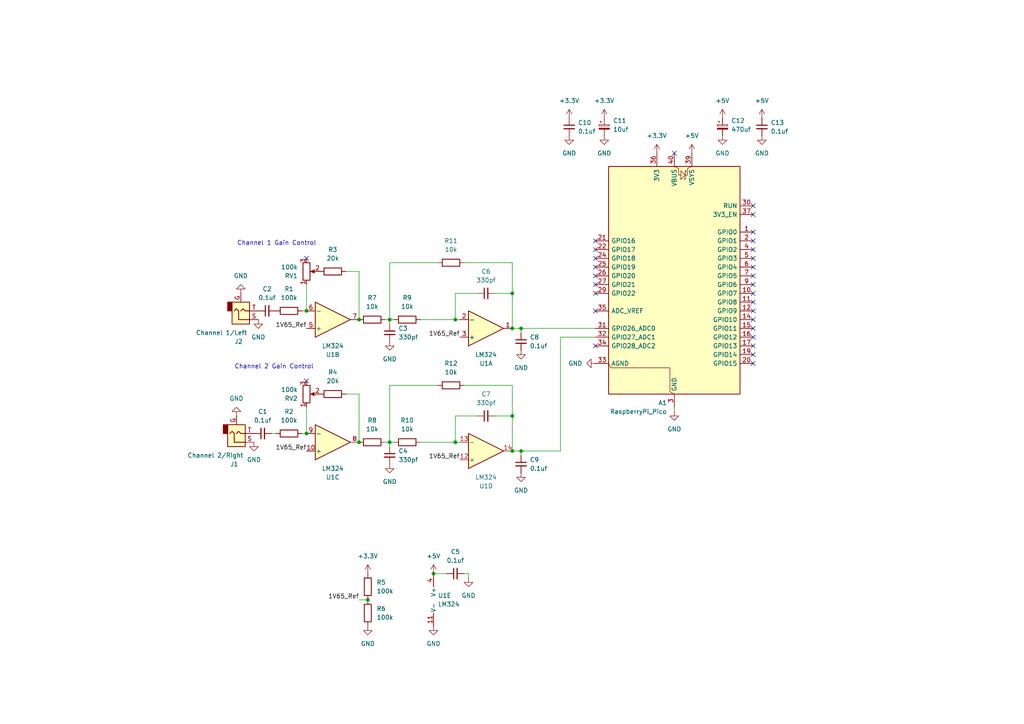
<source format=kicad_sch>
(kicad_sch
	(version 20250114)
	(generator "eeschema")
	(generator_version "9.0")
	(uuid "ffdfa74d-4b06-4594-a763-bcf5d4774bce")
	(paper "A4")
	(title_block
		(date "2025-06-18")
	)
	(lib_symbols
		(symbol "Amplifier_Operational:LM324"
			(pin_names
				(offset 0.127)
			)
			(exclude_from_sim no)
			(in_bom yes)
			(on_board yes)
			(property "Reference" "U"
				(at 0 5.08 0)
				(effects
					(font
						(size 1.27 1.27)
					)
					(justify left)
				)
			)
			(property "Value" "LM324"
				(at 0 -5.08 0)
				(effects
					(font
						(size 1.27 1.27)
					)
					(justify left)
				)
			)
			(property "Footprint" ""
				(at -1.27 2.54 0)
				(effects
					(font
						(size 1.27 1.27)
					)
					(hide yes)
				)
			)
			(property "Datasheet" "http://www.ti.com/lit/ds/symlink/lm2902-n.pdf"
				(at 1.27 5.08 0)
				(effects
					(font
						(size 1.27 1.27)
					)
					(hide yes)
				)
			)
			(property "Description" "Low-Power, Quad-Operational Amplifiers, DIP-14/SOIC-14/SSOP-14"
				(at 0 0 0)
				(effects
					(font
						(size 1.27 1.27)
					)
					(hide yes)
				)
			)
			(property "ki_locked" ""
				(at 0 0 0)
				(effects
					(font
						(size 1.27 1.27)
					)
				)
			)
			(property "ki_keywords" "quad opamp"
				(at 0 0 0)
				(effects
					(font
						(size 1.27 1.27)
					)
					(hide yes)
				)
			)
			(property "ki_fp_filters" "SOIC*3.9x8.7mm*P1.27mm* DIP*W7.62mm* TSSOP*4.4x5mm*P0.65mm* SSOP*5.3x6.2mm*P0.65mm* MSOP*3x3mm*P0.5mm*"
				(at 0 0 0)
				(effects
					(font
						(size 1.27 1.27)
					)
					(hide yes)
				)
			)
			(symbol "LM324_1_1"
				(polyline
					(pts
						(xy -5.08 5.08) (xy 5.08 0) (xy -5.08 -5.08) (xy -5.08 5.08)
					)
					(stroke
						(width 0.254)
						(type default)
					)
					(fill
						(type background)
					)
				)
				(pin input line
					(at -7.62 2.54 0)
					(length 2.54)
					(name "+"
						(effects
							(font
								(size 1.27 1.27)
							)
						)
					)
					(number "3"
						(effects
							(font
								(size 1.27 1.27)
							)
						)
					)
				)
				(pin input line
					(at -7.62 -2.54 0)
					(length 2.54)
					(name "-"
						(effects
							(font
								(size 1.27 1.27)
							)
						)
					)
					(number "2"
						(effects
							(font
								(size 1.27 1.27)
							)
						)
					)
				)
				(pin output line
					(at 7.62 0 180)
					(length 2.54)
					(name "~"
						(effects
							(font
								(size 1.27 1.27)
							)
						)
					)
					(number "1"
						(effects
							(font
								(size 1.27 1.27)
							)
						)
					)
				)
			)
			(symbol "LM324_2_1"
				(polyline
					(pts
						(xy -5.08 5.08) (xy 5.08 0) (xy -5.08 -5.08) (xy -5.08 5.08)
					)
					(stroke
						(width 0.254)
						(type default)
					)
					(fill
						(type background)
					)
				)
				(pin input line
					(at -7.62 2.54 0)
					(length 2.54)
					(name "+"
						(effects
							(font
								(size 1.27 1.27)
							)
						)
					)
					(number "5"
						(effects
							(font
								(size 1.27 1.27)
							)
						)
					)
				)
				(pin input line
					(at -7.62 -2.54 0)
					(length 2.54)
					(name "-"
						(effects
							(font
								(size 1.27 1.27)
							)
						)
					)
					(number "6"
						(effects
							(font
								(size 1.27 1.27)
							)
						)
					)
				)
				(pin output line
					(at 7.62 0 180)
					(length 2.54)
					(name "~"
						(effects
							(font
								(size 1.27 1.27)
							)
						)
					)
					(number "7"
						(effects
							(font
								(size 1.27 1.27)
							)
						)
					)
				)
			)
			(symbol "LM324_3_1"
				(polyline
					(pts
						(xy -5.08 5.08) (xy 5.08 0) (xy -5.08 -5.08) (xy -5.08 5.08)
					)
					(stroke
						(width 0.254)
						(type default)
					)
					(fill
						(type background)
					)
				)
				(pin input line
					(at -7.62 2.54 0)
					(length 2.54)
					(name "+"
						(effects
							(font
								(size 1.27 1.27)
							)
						)
					)
					(number "10"
						(effects
							(font
								(size 1.27 1.27)
							)
						)
					)
				)
				(pin input line
					(at -7.62 -2.54 0)
					(length 2.54)
					(name "-"
						(effects
							(font
								(size 1.27 1.27)
							)
						)
					)
					(number "9"
						(effects
							(font
								(size 1.27 1.27)
							)
						)
					)
				)
				(pin output line
					(at 7.62 0 180)
					(length 2.54)
					(name "~"
						(effects
							(font
								(size 1.27 1.27)
							)
						)
					)
					(number "8"
						(effects
							(font
								(size 1.27 1.27)
							)
						)
					)
				)
			)
			(symbol "LM324_4_1"
				(polyline
					(pts
						(xy -5.08 5.08) (xy 5.08 0) (xy -5.08 -5.08) (xy -5.08 5.08)
					)
					(stroke
						(width 0.254)
						(type default)
					)
					(fill
						(type background)
					)
				)
				(pin input line
					(at -7.62 2.54 0)
					(length 2.54)
					(name "+"
						(effects
							(font
								(size 1.27 1.27)
							)
						)
					)
					(number "12"
						(effects
							(font
								(size 1.27 1.27)
							)
						)
					)
				)
				(pin input line
					(at -7.62 -2.54 0)
					(length 2.54)
					(name "-"
						(effects
							(font
								(size 1.27 1.27)
							)
						)
					)
					(number "13"
						(effects
							(font
								(size 1.27 1.27)
							)
						)
					)
				)
				(pin output line
					(at 7.62 0 180)
					(length 2.54)
					(name "~"
						(effects
							(font
								(size 1.27 1.27)
							)
						)
					)
					(number "14"
						(effects
							(font
								(size 1.27 1.27)
							)
						)
					)
				)
			)
			(symbol "LM324_5_1"
				(pin power_in line
					(at -2.54 7.62 270)
					(length 3.81)
					(name "V+"
						(effects
							(font
								(size 1.27 1.27)
							)
						)
					)
					(number "4"
						(effects
							(font
								(size 1.27 1.27)
							)
						)
					)
				)
				(pin power_in line
					(at -2.54 -7.62 90)
					(length 3.81)
					(name "V-"
						(effects
							(font
								(size 1.27 1.27)
							)
						)
					)
					(number "11"
						(effects
							(font
								(size 1.27 1.27)
							)
						)
					)
				)
			)
			(embedded_fonts no)
		)
		(symbol "Connector_Audio:AudioJack2_Ground"
			(exclude_from_sim no)
			(in_bom yes)
			(on_board yes)
			(property "Reference" "J"
				(at 0 8.89 0)
				(effects
					(font
						(size 1.27 1.27)
					)
				)
			)
			(property "Value" "AudioJack2_Ground"
				(at 0 6.35 0)
				(effects
					(font
						(size 1.27 1.27)
					)
				)
			)
			(property "Footprint" ""
				(at 0 0 0)
				(effects
					(font
						(size 1.27 1.27)
					)
					(hide yes)
				)
			)
			(property "Datasheet" "~"
				(at 0 0 0)
				(effects
					(font
						(size 1.27 1.27)
					)
					(hide yes)
				)
			)
			(property "Description" "Audio Jack, 2 Poles (Mono / TS), Grounded Sleeve"
				(at 0 0 0)
				(effects
					(font
						(size 1.27 1.27)
					)
					(hide yes)
				)
			)
			(property "ki_keywords" "audio jack receptacle mono phone headphone TS connector"
				(at 0 0 0)
				(effects
					(font
						(size 1.27 1.27)
					)
					(hide yes)
				)
			)
			(property "ki_fp_filters" "Jack*"
				(at 0 0 0)
				(effects
					(font
						(size 1.27 1.27)
					)
					(hide yes)
				)
			)
			(symbol "AudioJack2_Ground_0_1"
				(rectangle
					(start -2.54 -2.54)
					(end -3.81 0)
					(stroke
						(width 0.254)
						(type default)
					)
					(fill
						(type outline)
					)
				)
				(polyline
					(pts
						(xy 0 0) (xy 0.635 -0.635) (xy 1.27 0) (xy 2.54 0)
					)
					(stroke
						(width 0.254)
						(type default)
					)
					(fill
						(type none)
					)
				)
				(rectangle
					(start 2.54 3.81)
					(end -2.54 -2.54)
					(stroke
						(width 0.254)
						(type default)
					)
					(fill
						(type background)
					)
				)
				(polyline
					(pts
						(xy 2.54 2.54) (xy -0.635 2.54) (xy -0.635 0) (xy -1.27 -0.635) (xy -1.905 0)
					)
					(stroke
						(width 0.254)
						(type default)
					)
					(fill
						(type none)
					)
				)
			)
			(symbol "AudioJack2_Ground_1_1"
				(pin passive line
					(at 0 -5.08 90)
					(length 2.54)
					(name "~"
						(effects
							(font
								(size 1.27 1.27)
							)
						)
					)
					(number "G"
						(effects
							(font
								(size 1.27 1.27)
							)
						)
					)
				)
				(pin passive line
					(at 5.08 2.54 180)
					(length 2.54)
					(name "~"
						(effects
							(font
								(size 1.27 1.27)
							)
						)
					)
					(number "S"
						(effects
							(font
								(size 1.27 1.27)
							)
						)
					)
				)
				(pin passive line
					(at 5.08 0 180)
					(length 2.54)
					(name "~"
						(effects
							(font
								(size 1.27 1.27)
							)
						)
					)
					(number "T"
						(effects
							(font
								(size 1.27 1.27)
							)
						)
					)
				)
			)
			(embedded_fonts no)
		)
		(symbol "Device:C_Polarized_Small"
			(pin_numbers
				(hide yes)
			)
			(pin_names
				(offset 0.254)
				(hide yes)
			)
			(exclude_from_sim no)
			(in_bom yes)
			(on_board yes)
			(property "Reference" "C"
				(at 0.254 1.778 0)
				(effects
					(font
						(size 1.27 1.27)
					)
					(justify left)
				)
			)
			(property "Value" "C_Polarized_Small"
				(at 0.254 -2.032 0)
				(effects
					(font
						(size 1.27 1.27)
					)
					(justify left)
				)
			)
			(property "Footprint" ""
				(at 0 0 0)
				(effects
					(font
						(size 1.27 1.27)
					)
					(hide yes)
				)
			)
			(property "Datasheet" "~"
				(at 0 0 0)
				(effects
					(font
						(size 1.27 1.27)
					)
					(hide yes)
				)
			)
			(property "Description" "Polarized capacitor, small symbol"
				(at 0 0 0)
				(effects
					(font
						(size 1.27 1.27)
					)
					(hide yes)
				)
			)
			(property "ki_keywords" "cap capacitor"
				(at 0 0 0)
				(effects
					(font
						(size 1.27 1.27)
					)
					(hide yes)
				)
			)
			(property "ki_fp_filters" "CP_*"
				(at 0 0 0)
				(effects
					(font
						(size 1.27 1.27)
					)
					(hide yes)
				)
			)
			(symbol "C_Polarized_Small_0_1"
				(rectangle
					(start -1.524 0.6858)
					(end 1.524 0.3048)
					(stroke
						(width 0)
						(type default)
					)
					(fill
						(type none)
					)
				)
				(rectangle
					(start -1.524 -0.3048)
					(end 1.524 -0.6858)
					(stroke
						(width 0)
						(type default)
					)
					(fill
						(type outline)
					)
				)
				(polyline
					(pts
						(xy -1.27 1.524) (xy -0.762 1.524)
					)
					(stroke
						(width 0)
						(type default)
					)
					(fill
						(type none)
					)
				)
				(polyline
					(pts
						(xy -1.016 1.27) (xy -1.016 1.778)
					)
					(stroke
						(width 0)
						(type default)
					)
					(fill
						(type none)
					)
				)
			)
			(symbol "C_Polarized_Small_1_1"
				(pin passive line
					(at 0 2.54 270)
					(length 1.8542)
					(name "~"
						(effects
							(font
								(size 1.27 1.27)
							)
						)
					)
					(number "1"
						(effects
							(font
								(size 1.27 1.27)
							)
						)
					)
				)
				(pin passive line
					(at 0 -2.54 90)
					(length 1.8542)
					(name "~"
						(effects
							(font
								(size 1.27 1.27)
							)
						)
					)
					(number "2"
						(effects
							(font
								(size 1.27 1.27)
							)
						)
					)
				)
			)
			(embedded_fonts no)
		)
		(symbol "Device:C_Small"
			(pin_numbers
				(hide yes)
			)
			(pin_names
				(offset 0.254)
				(hide yes)
			)
			(exclude_from_sim no)
			(in_bom yes)
			(on_board yes)
			(property "Reference" "C"
				(at 0.254 1.778 0)
				(effects
					(font
						(size 1.27 1.27)
					)
					(justify left)
				)
			)
			(property "Value" "C_Small"
				(at 0.254 -2.032 0)
				(effects
					(font
						(size 1.27 1.27)
					)
					(justify left)
				)
			)
			(property "Footprint" ""
				(at 0 0 0)
				(effects
					(font
						(size 1.27 1.27)
					)
					(hide yes)
				)
			)
			(property "Datasheet" "~"
				(at 0 0 0)
				(effects
					(font
						(size 1.27 1.27)
					)
					(hide yes)
				)
			)
			(property "Description" "Unpolarized capacitor, small symbol"
				(at 0 0 0)
				(effects
					(font
						(size 1.27 1.27)
					)
					(hide yes)
				)
			)
			(property "ki_keywords" "capacitor cap"
				(at 0 0 0)
				(effects
					(font
						(size 1.27 1.27)
					)
					(hide yes)
				)
			)
			(property "ki_fp_filters" "C_*"
				(at 0 0 0)
				(effects
					(font
						(size 1.27 1.27)
					)
					(hide yes)
				)
			)
			(symbol "C_Small_0_1"
				(polyline
					(pts
						(xy -1.524 0.508) (xy 1.524 0.508)
					)
					(stroke
						(width 0.3048)
						(type default)
					)
					(fill
						(type none)
					)
				)
				(polyline
					(pts
						(xy -1.524 -0.508) (xy 1.524 -0.508)
					)
					(stroke
						(width 0.3302)
						(type default)
					)
					(fill
						(type none)
					)
				)
			)
			(symbol "C_Small_1_1"
				(pin passive line
					(at 0 2.54 270)
					(length 2.032)
					(name "~"
						(effects
							(font
								(size 1.27 1.27)
							)
						)
					)
					(number "1"
						(effects
							(font
								(size 1.27 1.27)
							)
						)
					)
				)
				(pin passive line
					(at 0 -2.54 90)
					(length 2.032)
					(name "~"
						(effects
							(font
								(size 1.27 1.27)
							)
						)
					)
					(number "2"
						(effects
							(font
								(size 1.27 1.27)
							)
						)
					)
				)
			)
			(embedded_fonts no)
		)
		(symbol "Device:R"
			(pin_numbers
				(hide yes)
			)
			(pin_names
				(offset 0)
			)
			(exclude_from_sim no)
			(in_bom yes)
			(on_board yes)
			(property "Reference" "R"
				(at 2.032 0 90)
				(effects
					(font
						(size 1.27 1.27)
					)
				)
			)
			(property "Value" "R"
				(at 0 0 90)
				(effects
					(font
						(size 1.27 1.27)
					)
				)
			)
			(property "Footprint" ""
				(at -1.778 0 90)
				(effects
					(font
						(size 1.27 1.27)
					)
					(hide yes)
				)
			)
			(property "Datasheet" "~"
				(at 0 0 0)
				(effects
					(font
						(size 1.27 1.27)
					)
					(hide yes)
				)
			)
			(property "Description" "Resistor"
				(at 0 0 0)
				(effects
					(font
						(size 1.27 1.27)
					)
					(hide yes)
				)
			)
			(property "ki_keywords" "R res resistor"
				(at 0 0 0)
				(effects
					(font
						(size 1.27 1.27)
					)
					(hide yes)
				)
			)
			(property "ki_fp_filters" "R_*"
				(at 0 0 0)
				(effects
					(font
						(size 1.27 1.27)
					)
					(hide yes)
				)
			)
			(symbol "R_0_1"
				(rectangle
					(start -1.016 -2.54)
					(end 1.016 2.54)
					(stroke
						(width 0.254)
						(type default)
					)
					(fill
						(type none)
					)
				)
			)
			(symbol "R_1_1"
				(pin passive line
					(at 0 3.81 270)
					(length 1.27)
					(name "~"
						(effects
							(font
								(size 1.27 1.27)
							)
						)
					)
					(number "1"
						(effects
							(font
								(size 1.27 1.27)
							)
						)
					)
				)
				(pin passive line
					(at 0 -3.81 90)
					(length 1.27)
					(name "~"
						(effects
							(font
								(size 1.27 1.27)
							)
						)
					)
					(number "2"
						(effects
							(font
								(size 1.27 1.27)
							)
						)
					)
				)
			)
			(embedded_fonts no)
		)
		(symbol "Device:R_Potentiometer"
			(pin_names
				(offset 1.016)
				(hide yes)
			)
			(exclude_from_sim no)
			(in_bom yes)
			(on_board yes)
			(property "Reference" "RV"
				(at -4.445 0 90)
				(effects
					(font
						(size 1.27 1.27)
					)
				)
			)
			(property "Value" "R_Potentiometer"
				(at -2.54 0 90)
				(effects
					(font
						(size 1.27 1.27)
					)
				)
			)
			(property "Footprint" ""
				(at 0 0 0)
				(effects
					(font
						(size 1.27 1.27)
					)
					(hide yes)
				)
			)
			(property "Datasheet" "~"
				(at 0 0 0)
				(effects
					(font
						(size 1.27 1.27)
					)
					(hide yes)
				)
			)
			(property "Description" "Potentiometer"
				(at 0 0 0)
				(effects
					(font
						(size 1.27 1.27)
					)
					(hide yes)
				)
			)
			(property "ki_keywords" "resistor variable"
				(at 0 0 0)
				(effects
					(font
						(size 1.27 1.27)
					)
					(hide yes)
				)
			)
			(property "ki_fp_filters" "Potentiometer*"
				(at 0 0 0)
				(effects
					(font
						(size 1.27 1.27)
					)
					(hide yes)
				)
			)
			(symbol "R_Potentiometer_0_1"
				(rectangle
					(start 1.016 2.54)
					(end -1.016 -2.54)
					(stroke
						(width 0.254)
						(type default)
					)
					(fill
						(type none)
					)
				)
				(polyline
					(pts
						(xy 1.143 0) (xy 2.286 0.508) (xy 2.286 -0.508) (xy 1.143 0)
					)
					(stroke
						(width 0)
						(type default)
					)
					(fill
						(type outline)
					)
				)
				(polyline
					(pts
						(xy 2.54 0) (xy 1.524 0)
					)
					(stroke
						(width 0)
						(type default)
					)
					(fill
						(type none)
					)
				)
			)
			(symbol "R_Potentiometer_1_1"
				(pin passive line
					(at 0 3.81 270)
					(length 1.27)
					(name "1"
						(effects
							(font
								(size 1.27 1.27)
							)
						)
					)
					(number "1"
						(effects
							(font
								(size 1.27 1.27)
							)
						)
					)
				)
				(pin passive line
					(at 0 -3.81 90)
					(length 1.27)
					(name "3"
						(effects
							(font
								(size 1.27 1.27)
							)
						)
					)
					(number "3"
						(effects
							(font
								(size 1.27 1.27)
							)
						)
					)
				)
				(pin passive line
					(at 3.81 0 180)
					(length 1.27)
					(name "2"
						(effects
							(font
								(size 1.27 1.27)
							)
						)
					)
					(number "2"
						(effects
							(font
								(size 1.27 1.27)
							)
						)
					)
				)
			)
			(embedded_fonts no)
		)
		(symbol "MCU_Module:RaspberryPi_Pico"
			(pin_names
				(offset 0.762)
			)
			(exclude_from_sim no)
			(in_bom yes)
			(on_board yes)
			(property "Reference" "A"
				(at -19.05 35.56 0)
				(effects
					(font
						(size 1.27 1.27)
					)
					(justify left)
				)
			)
			(property "Value" "RaspberryPi_Pico"
				(at 7.62 35.56 0)
				(effects
					(font
						(size 1.27 1.27)
					)
					(justify left)
				)
			)
			(property "Footprint" "Module:RaspberryPi_Pico_Common_Unspecified"
				(at 0 -46.99 0)
				(effects
					(font
						(size 1.27 1.27)
					)
					(hide yes)
				)
			)
			(property "Datasheet" "https://datasheets.raspberrypi.com/pico/pico-datasheet.pdf"
				(at 0 -49.53 0)
				(effects
					(font
						(size 1.27 1.27)
					)
					(hide yes)
				)
			)
			(property "Description" "Versatile and inexpensive microcontroller module powered by RP2040 dual-core Arm Cortex-M0+ processor up to 133 MHz, 264kB SRAM, 2MB QSPI flash; also supports Raspberry Pi Pico 2"
				(at 0 -52.07 0)
				(effects
					(font
						(size 1.27 1.27)
					)
					(hide yes)
				)
			)
			(property "ki_keywords" "RP2350A M33 RISC-V Hazard3 usb"
				(at 0 0 0)
				(effects
					(font
						(size 1.27 1.27)
					)
					(hide yes)
				)
			)
			(property "ki_fp_filters" "RaspberryPi?Pico?Common* RaspberryPi?Pico?SMD*"
				(at 0 0 0)
				(effects
					(font
						(size 1.27 1.27)
					)
					(hide yes)
				)
			)
			(symbol "RaspberryPi_Pico_0_1"
				(rectangle
					(start -19.05 34.29)
					(end 19.05 -31.75)
					(stroke
						(width 0.254)
						(type default)
					)
					(fill
						(type background)
					)
				)
				(polyline
					(pts
						(xy -5.08 34.29) (xy -3.81 33.655) (xy -3.81 31.75) (xy -3.175 31.75)
					)
					(stroke
						(width 0)
						(type default)
					)
					(fill
						(type none)
					)
				)
				(polyline
					(pts
						(xy -3.429 32.766) (xy -3.429 33.02) (xy -3.175 33.02) (xy -3.175 30.48) (xy -2.921 30.48) (xy -2.921 30.734)
					)
					(stroke
						(width 0)
						(type default)
					)
					(fill
						(type none)
					)
				)
				(polyline
					(pts
						(xy -3.175 31.75) (xy -1.905 33.02) (xy -1.905 30.48) (xy -3.175 31.75)
					)
					(stroke
						(width 0)
						(type default)
					)
					(fill
						(type none)
					)
				)
				(polyline
					(pts
						(xy 0 34.29) (xy -1.27 33.655) (xy -1.27 31.75) (xy -1.905 31.75)
					)
					(stroke
						(width 0)
						(type default)
					)
					(fill
						(type none)
					)
				)
				(polyline
					(pts
						(xy 0 -31.75) (xy 1.27 -31.115) (xy 1.27 -24.13) (xy 18.415 -24.13) (xy 19.05 -22.86)
					)
					(stroke
						(width 0)
						(type default)
					)
					(fill
						(type none)
					)
				)
			)
			(symbol "RaspberryPi_Pico_1_1"
				(pin passive line
					(at -22.86 22.86 0)
					(length 3.81)
					(name "RUN"
						(effects
							(font
								(size 1.27 1.27)
							)
						)
					)
					(number "30"
						(effects
							(font
								(size 1.27 1.27)
							)
						)
					)
					(alternate "~{RESET}" passive line)
				)
				(pin passive line
					(at -22.86 20.32 0)
					(length 3.81)
					(name "3V3_EN"
						(effects
							(font
								(size 1.27 1.27)
							)
						)
					)
					(number "37"
						(effects
							(font
								(size 1.27 1.27)
							)
						)
					)
					(alternate "~{3V3_DISABLE}" passive line)
				)
				(pin bidirectional line
					(at -22.86 15.24 0)
					(length 3.81)
					(name "GPIO0"
						(effects
							(font
								(size 1.27 1.27)
							)
						)
					)
					(number "1"
						(effects
							(font
								(size 1.27 1.27)
							)
						)
					)
					(alternate "I2C0_SDA" bidirectional line)
					(alternate "PWM0_A" output line)
					(alternate "SPI0_RX" input line)
					(alternate "UART0_TX" output line)
					(alternate "USB_OVCUR_DET" input line)
				)
				(pin bidirectional line
					(at -22.86 12.7 0)
					(length 3.81)
					(name "GPIO1"
						(effects
							(font
								(size 1.27 1.27)
							)
						)
					)
					(number "2"
						(effects
							(font
								(size 1.27 1.27)
							)
						)
					)
					(alternate "I2C0_SCL" bidirectional clock)
					(alternate "PWM0_B" bidirectional line)
					(alternate "UART0_RX" input line)
					(alternate "USB_VBUS_DET" passive line)
					(alternate "~{SPI0_CSn}" bidirectional line)
				)
				(pin bidirectional line
					(at -22.86 10.16 0)
					(length 3.81)
					(name "GPIO2"
						(effects
							(font
								(size 1.27 1.27)
							)
						)
					)
					(number "4"
						(effects
							(font
								(size 1.27 1.27)
							)
						)
					)
					(alternate "I2C1_SDA" bidirectional line)
					(alternate "PWM1_A" output line)
					(alternate "SPI0_SCK" bidirectional clock)
					(alternate "UART0_CTS" input line)
					(alternate "USB_VBUS_EN" output line)
				)
				(pin bidirectional line
					(at -22.86 7.62 0)
					(length 3.81)
					(name "GPIO3"
						(effects
							(font
								(size 1.27 1.27)
							)
						)
					)
					(number "5"
						(effects
							(font
								(size 1.27 1.27)
							)
						)
					)
					(alternate "I2C1_SCL" bidirectional clock)
					(alternate "PWM1_B" bidirectional line)
					(alternate "SPI0_TX" output line)
					(alternate "UART0_RTS" output line)
					(alternate "USB_OVCUR_DET" input line)
				)
				(pin bidirectional line
					(at -22.86 5.08 0)
					(length 3.81)
					(name "GPIO4"
						(effects
							(font
								(size 1.27 1.27)
							)
						)
					)
					(number "6"
						(effects
							(font
								(size 1.27 1.27)
							)
						)
					)
					(alternate "I2C0_SDA" bidirectional line)
					(alternate "PWM2_A" output line)
					(alternate "SPI0_RX" input line)
					(alternate "UART1_TX" output line)
					(alternate "USB_VBUS_DET" input line)
				)
				(pin bidirectional line
					(at -22.86 2.54 0)
					(length 3.81)
					(name "GPIO5"
						(effects
							(font
								(size 1.27 1.27)
							)
						)
					)
					(number "7"
						(effects
							(font
								(size 1.27 1.27)
							)
						)
					)
					(alternate "I2C0_SCL" bidirectional clock)
					(alternate "PWM2_B" bidirectional line)
					(alternate "UART1_RX" input line)
					(alternate "USB_VBUS_EN" output line)
					(alternate "~{SPI0_CSn}" bidirectional line)
				)
				(pin bidirectional line
					(at -22.86 0 0)
					(length 3.81)
					(name "GPIO6"
						(effects
							(font
								(size 1.27 1.27)
							)
						)
					)
					(number "9"
						(effects
							(font
								(size 1.27 1.27)
							)
						)
					)
					(alternate "I2C1_SDA" bidirectional line)
					(alternate "PWM3_A" output line)
					(alternate "SPI0_SCK" bidirectional clock)
					(alternate "UART1_CTS" input line)
					(alternate "USB_OVCUR_DET" input line)
				)
				(pin bidirectional line
					(at -22.86 -2.54 0)
					(length 3.81)
					(name "GPIO7"
						(effects
							(font
								(size 1.27 1.27)
							)
						)
					)
					(number "10"
						(effects
							(font
								(size 1.27 1.27)
							)
						)
					)
					(alternate "I2C1_SCL" bidirectional clock)
					(alternate "PWM3_B" bidirectional line)
					(alternate "SPI0_TX" output line)
					(alternate "UART1_RTS" output line)
					(alternate "USB_VBUS_DET" input line)
				)
				(pin bidirectional line
					(at -22.86 -5.08 0)
					(length 3.81)
					(name "GPIO8"
						(effects
							(font
								(size 1.27 1.27)
							)
						)
					)
					(number "11"
						(effects
							(font
								(size 1.27 1.27)
							)
						)
					)
					(alternate "I2C0_SDA" bidirectional line)
					(alternate "PWM4_A" output line)
					(alternate "SPI1_RX" input line)
					(alternate "UART1_TX" output line)
					(alternate "USB_VBUS_EN" output line)
				)
				(pin bidirectional line
					(at -22.86 -7.62 0)
					(length 3.81)
					(name "GPIO9"
						(effects
							(font
								(size 1.27 1.27)
							)
						)
					)
					(number "12"
						(effects
							(font
								(size 1.27 1.27)
							)
						)
					)
					(alternate "I2C0_SCL" bidirectional clock)
					(alternate "PWM4_B" bidirectional line)
					(alternate "UART1_RX" input line)
					(alternate "USB_OVCUR_DET" input line)
					(alternate "~{SPI1_CSn}" bidirectional line)
				)
				(pin bidirectional line
					(at -22.86 -10.16 0)
					(length 3.81)
					(name "GPIO10"
						(effects
							(font
								(size 1.27 1.27)
							)
						)
					)
					(number "14"
						(effects
							(font
								(size 1.27 1.27)
							)
						)
					)
					(alternate "I2C1_SDA" bidirectional line)
					(alternate "PWM5_A" output line)
					(alternate "SPI1_SCK" bidirectional clock)
					(alternate "UART1_CTS" input line)
					(alternate "USB_VBUS_DET" input line)
				)
				(pin bidirectional line
					(at -22.86 -12.7 0)
					(length 3.81)
					(name "GPIO11"
						(effects
							(font
								(size 1.27 1.27)
							)
						)
					)
					(number "15"
						(effects
							(font
								(size 1.27 1.27)
							)
						)
					)
					(alternate "I2C1_SCL" bidirectional clock)
					(alternate "PWM5_B" bidirectional line)
					(alternate "SPI1_TX" output line)
					(alternate "UART1_RTS" output line)
					(alternate "USB_VBUS_EN" output line)
				)
				(pin bidirectional line
					(at -22.86 -15.24 0)
					(length 3.81)
					(name "GPIO12"
						(effects
							(font
								(size 1.27 1.27)
							)
						)
					)
					(number "16"
						(effects
							(font
								(size 1.27 1.27)
							)
						)
					)
					(alternate "I2C0_SDA" bidirectional line)
					(alternate "PWM6_A" output line)
					(alternate "SPI1_RX" input line)
					(alternate "UART0_TX" output line)
					(alternate "USB_OVCUR_DET" input line)
				)
				(pin bidirectional line
					(at -22.86 -17.78 0)
					(length 3.81)
					(name "GPIO13"
						(effects
							(font
								(size 1.27 1.27)
							)
						)
					)
					(number "17"
						(effects
							(font
								(size 1.27 1.27)
							)
						)
					)
					(alternate "I2C0_SCL" bidirectional clock)
					(alternate "PWM6_B" bidirectional line)
					(alternate "UART0_RX" input line)
					(alternate "USB_VBUS_DET" input line)
					(alternate "~{SPI1_CSn}" bidirectional line)
				)
				(pin bidirectional line
					(at -22.86 -20.32 0)
					(length 3.81)
					(name "GPIO14"
						(effects
							(font
								(size 1.27 1.27)
							)
						)
					)
					(number "19"
						(effects
							(font
								(size 1.27 1.27)
							)
						)
					)
					(alternate "I2C1_SDA" bidirectional line)
					(alternate "PWM7_A" output line)
					(alternate "SPI1_SCK" bidirectional clock)
					(alternate "UART0_CTS" input line)
					(alternate "USB_VBUS_EN" output line)
				)
				(pin bidirectional line
					(at -22.86 -22.86 0)
					(length 3.81)
					(name "GPIO15"
						(effects
							(font
								(size 1.27 1.27)
							)
						)
					)
					(number "20"
						(effects
							(font
								(size 1.27 1.27)
							)
						)
					)
					(alternate "I2C1_SCL" bidirectional clock)
					(alternate "PWM7_B" bidirectional line)
					(alternate "SPI1_TX" output line)
					(alternate "UART0_RTS" output line)
					(alternate "USB_OVCUR_DET" input line)
				)
				(pin power_in line
					(at -5.08 38.1 270)
					(length 3.81)
					(name "VSYS"
						(effects
							(font
								(size 1.27 1.27)
							)
						)
					)
					(number "39"
						(effects
							(font
								(size 1.27 1.27)
							)
						)
					)
					(alternate "VSYS_OUT" power_out line)
				)
				(pin power_out line
					(at 0 38.1 270)
					(length 3.81)
					(name "VBUS"
						(effects
							(font
								(size 1.27 1.27)
							)
						)
					)
					(number "40"
						(effects
							(font
								(size 1.27 1.27)
							)
						)
					)
					(alternate "VBUS_IN" power_in line)
				)
				(pin passive line
					(at 0 -35.56 90)
					(length 3.81)
					(hide yes)
					(name "GND"
						(effects
							(font
								(size 1.27 1.27)
							)
						)
					)
					(number "13"
						(effects
							(font
								(size 1.27 1.27)
							)
						)
					)
				)
				(pin passive line
					(at 0 -35.56 90)
					(length 3.81)
					(hide yes)
					(name "GND"
						(effects
							(font
								(size 1.27 1.27)
							)
						)
					)
					(number "18"
						(effects
							(font
								(size 1.27 1.27)
							)
						)
					)
				)
				(pin passive line
					(at 0 -35.56 90)
					(length 3.81)
					(hide yes)
					(name "GND"
						(effects
							(font
								(size 1.27 1.27)
							)
						)
					)
					(number "23"
						(effects
							(font
								(size 1.27 1.27)
							)
						)
					)
				)
				(pin passive line
					(at 0 -35.56 90)
					(length 3.81)
					(hide yes)
					(name "GND"
						(effects
							(font
								(size 1.27 1.27)
							)
						)
					)
					(number "28"
						(effects
							(font
								(size 1.27 1.27)
							)
						)
					)
				)
				(pin power_out line
					(at 0 -35.56 90)
					(length 3.81)
					(name "GND"
						(effects
							(font
								(size 1.27 1.27)
							)
						)
					)
					(number "3"
						(effects
							(font
								(size 1.27 1.27)
							)
						)
					)
					(alternate "GND_IN" power_in line)
				)
				(pin passive line
					(at 0 -35.56 90)
					(length 3.81)
					(hide yes)
					(name "GND"
						(effects
							(font
								(size 1.27 1.27)
							)
						)
					)
					(number "38"
						(effects
							(font
								(size 1.27 1.27)
							)
						)
					)
				)
				(pin passive line
					(at 0 -35.56 90)
					(length 3.81)
					(hide yes)
					(name "GND"
						(effects
							(font
								(size 1.27 1.27)
							)
						)
					)
					(number "8"
						(effects
							(font
								(size 1.27 1.27)
							)
						)
					)
				)
				(pin power_out line
					(at 5.08 38.1 270)
					(length 3.81)
					(name "3V3"
						(effects
							(font
								(size 1.27 1.27)
							)
						)
					)
					(number "36"
						(effects
							(font
								(size 1.27 1.27)
							)
						)
					)
				)
				(pin bidirectional line
					(at 22.86 12.7 180)
					(length 3.81)
					(name "GPIO16"
						(effects
							(font
								(size 1.27 1.27)
							)
						)
					)
					(number "21"
						(effects
							(font
								(size 1.27 1.27)
							)
						)
					)
					(alternate "I2C0_SDA" bidirectional line)
					(alternate "PWM0_A" output line)
					(alternate "SPI0_RX" input line)
					(alternate "UART0_TX" output line)
					(alternate "USB_VBUS_DET" input line)
				)
				(pin bidirectional line
					(at 22.86 10.16 180)
					(length 3.81)
					(name "GPIO17"
						(effects
							(font
								(size 1.27 1.27)
							)
						)
					)
					(number "22"
						(effects
							(font
								(size 1.27 1.27)
							)
						)
					)
					(alternate "I2C0_SCL" bidirectional clock)
					(alternate "PWM0_B" bidirectional line)
					(alternate "UART0_RX" input line)
					(alternate "USB_VBUS_EN" output line)
					(alternate "~{SPI0_CSn}" bidirectional line)
				)
				(pin bidirectional line
					(at 22.86 7.62 180)
					(length 3.81)
					(name "GPIO18"
						(effects
							(font
								(size 1.27 1.27)
							)
						)
					)
					(number "24"
						(effects
							(font
								(size 1.27 1.27)
							)
						)
					)
					(alternate "I2C1_SDA" bidirectional line)
					(alternate "PWM1_A" output line)
					(alternate "SPI0_SCK" bidirectional clock)
					(alternate "UART0_CTS" input line)
					(alternate "USB_OVCUR_DET" input line)
				)
				(pin bidirectional line
					(at 22.86 5.08 180)
					(length 3.81)
					(name "GPIO19"
						(effects
							(font
								(size 1.27 1.27)
							)
						)
					)
					(number "25"
						(effects
							(font
								(size 1.27 1.27)
							)
						)
					)
					(alternate "I2C1_SCL" bidirectional clock)
					(alternate "PWM1_B" bidirectional line)
					(alternate "SPI0_TX" output line)
					(alternate "UART0_RTS" output line)
					(alternate "USB_VBUS_DET" input line)
				)
				(pin bidirectional line
					(at 22.86 2.54 180)
					(length 3.81)
					(name "GPIO20"
						(effects
							(font
								(size 1.27 1.27)
							)
						)
					)
					(number "26"
						(effects
							(font
								(size 1.27 1.27)
							)
						)
					)
					(alternate "CLOCK_GPIN0" input clock)
					(alternate "I2C0_SDA" bidirectional line)
					(alternate "PWM2_A" output line)
					(alternate "SPI0_RX" input line)
					(alternate "UART1_TX" output line)
					(alternate "USB_VBUS_EN" output line)
				)
				(pin bidirectional line
					(at 22.86 0 180)
					(length 3.81)
					(name "GPIO21"
						(effects
							(font
								(size 1.27 1.27)
							)
						)
					)
					(number "27"
						(effects
							(font
								(size 1.27 1.27)
							)
						)
					)
					(alternate "CLOCK_GPOUT0" output clock)
					(alternate "I2C0_SCL" bidirectional clock)
					(alternate "PWM2_B" bidirectional line)
					(alternate "UART1_RX" input line)
					(alternate "USB_OVCUR_DET" input line)
					(alternate "~{SPI0_CSn}" bidirectional line)
				)
				(pin bidirectional line
					(at 22.86 -2.54 180)
					(length 3.81)
					(name "GPIO22"
						(effects
							(font
								(size 1.27 1.27)
							)
						)
					)
					(number "29"
						(effects
							(font
								(size 1.27 1.27)
							)
						)
					)
					(alternate "CLOCK_GPIN1" input clock)
					(alternate "I2C1_SDA" bidirectional line)
					(alternate "PWM3_A" output line)
					(alternate "SPI0_SCK" bidirectional clock)
					(alternate "UART1_CTS" input line)
					(alternate "USB_VBUS_DET" input line)
				)
				(pin power_in line
					(at 22.86 -7.62 180)
					(length 3.81)
					(name "ADC_VREF"
						(effects
							(font
								(size 1.27 1.27)
							)
						)
					)
					(number "35"
						(effects
							(font
								(size 1.27 1.27)
							)
						)
					)
				)
				(pin bidirectional line
					(at 22.86 -12.7 180)
					(length 3.81)
					(name "GPIO26_ADC0"
						(effects
							(font
								(size 1.27 1.27)
							)
						)
					)
					(number "31"
						(effects
							(font
								(size 1.27 1.27)
							)
						)
					)
					(alternate "ADC0" input line)
					(alternate "GPIO26" bidirectional line)
					(alternate "I2C1_SDA" bidirectional line)
					(alternate "PWM5_A" output line)
					(alternate "SPI1_SCK" bidirectional clock)
					(alternate "UART1_CTS" input line)
					(alternate "USB_VBUS_EN" output line)
				)
				(pin bidirectional line
					(at 22.86 -15.24 180)
					(length 3.81)
					(name "GPIO27_ADC1"
						(effects
							(font
								(size 1.27 1.27)
							)
						)
					)
					(number "32"
						(effects
							(font
								(size 1.27 1.27)
							)
						)
					)
					(alternate "ADC1" input line)
					(alternate "GPIO27" bidirectional line)
					(alternate "I2C1_SCL" bidirectional clock)
					(alternate "PWM5_B" bidirectional line)
					(alternate "SPI1_TX" output line)
					(alternate "UART1_RTS" output line)
					(alternate "USB_OVCUR_DET" input line)
				)
				(pin bidirectional line
					(at 22.86 -17.78 180)
					(length 3.81)
					(name "GPIO28_ADC2"
						(effects
							(font
								(size 1.27 1.27)
							)
						)
					)
					(number "34"
						(effects
							(font
								(size 1.27 1.27)
							)
						)
					)
					(alternate "ADC2" input line)
					(alternate "GPIO28" bidirectional line)
					(alternate "I2C0_SDA" bidirectional line)
					(alternate "PWM6_A" output line)
					(alternate "SPI1_RX" input line)
					(alternate "UART0_TX" output line)
					(alternate "USB_VBUS_DET" input line)
				)
				(pin power_out line
					(at 22.86 -22.86 180)
					(length 3.81)
					(name "AGND"
						(effects
							(font
								(size 1.27 1.27)
							)
						)
					)
					(number "33"
						(effects
							(font
								(size 1.27 1.27)
							)
						)
					)
					(alternate "GND" passive line)
				)
			)
			(embedded_fonts no)
		)
		(symbol "power:+3.3V"
			(power)
			(pin_numbers
				(hide yes)
			)
			(pin_names
				(offset 0)
				(hide yes)
			)
			(exclude_from_sim no)
			(in_bom yes)
			(on_board yes)
			(property "Reference" "#PWR"
				(at 0 -3.81 0)
				(effects
					(font
						(size 1.27 1.27)
					)
					(hide yes)
				)
			)
			(property "Value" "+3.3V"
				(at 0 3.556 0)
				(effects
					(font
						(size 1.27 1.27)
					)
				)
			)
			(property "Footprint" ""
				(at 0 0 0)
				(effects
					(font
						(size 1.27 1.27)
					)
					(hide yes)
				)
			)
			(property "Datasheet" ""
				(at 0 0 0)
				(effects
					(font
						(size 1.27 1.27)
					)
					(hide yes)
				)
			)
			(property "Description" "Power symbol creates a global label with name \"+3.3V\""
				(at 0 0 0)
				(effects
					(font
						(size 1.27 1.27)
					)
					(hide yes)
				)
			)
			(property "ki_keywords" "global power"
				(at 0 0 0)
				(effects
					(font
						(size 1.27 1.27)
					)
					(hide yes)
				)
			)
			(symbol "+3.3V_0_1"
				(polyline
					(pts
						(xy -0.762 1.27) (xy 0 2.54)
					)
					(stroke
						(width 0)
						(type default)
					)
					(fill
						(type none)
					)
				)
				(polyline
					(pts
						(xy 0 2.54) (xy 0.762 1.27)
					)
					(stroke
						(width 0)
						(type default)
					)
					(fill
						(type none)
					)
				)
				(polyline
					(pts
						(xy 0 0) (xy 0 2.54)
					)
					(stroke
						(width 0)
						(type default)
					)
					(fill
						(type none)
					)
				)
			)
			(symbol "+3.3V_1_1"
				(pin power_in line
					(at 0 0 90)
					(length 0)
					(name "~"
						(effects
							(font
								(size 1.27 1.27)
							)
						)
					)
					(number "1"
						(effects
							(font
								(size 1.27 1.27)
							)
						)
					)
				)
			)
			(embedded_fonts no)
		)
		(symbol "power:+5V"
			(power)
			(pin_numbers
				(hide yes)
			)
			(pin_names
				(offset 0)
				(hide yes)
			)
			(exclude_from_sim no)
			(in_bom yes)
			(on_board yes)
			(property "Reference" "#PWR"
				(at 0 -3.81 0)
				(effects
					(font
						(size 1.27 1.27)
					)
					(hide yes)
				)
			)
			(property "Value" "+5V"
				(at 0 3.556 0)
				(effects
					(font
						(size 1.27 1.27)
					)
				)
			)
			(property "Footprint" ""
				(at 0 0 0)
				(effects
					(font
						(size 1.27 1.27)
					)
					(hide yes)
				)
			)
			(property "Datasheet" ""
				(at 0 0 0)
				(effects
					(font
						(size 1.27 1.27)
					)
					(hide yes)
				)
			)
			(property "Description" "Power symbol creates a global label with name \"+5V\""
				(at 0 0 0)
				(effects
					(font
						(size 1.27 1.27)
					)
					(hide yes)
				)
			)
			(property "ki_keywords" "global power"
				(at 0 0 0)
				(effects
					(font
						(size 1.27 1.27)
					)
					(hide yes)
				)
			)
			(symbol "+5V_0_1"
				(polyline
					(pts
						(xy -0.762 1.27) (xy 0 2.54)
					)
					(stroke
						(width 0)
						(type default)
					)
					(fill
						(type none)
					)
				)
				(polyline
					(pts
						(xy 0 2.54) (xy 0.762 1.27)
					)
					(stroke
						(width 0)
						(type default)
					)
					(fill
						(type none)
					)
				)
				(polyline
					(pts
						(xy 0 0) (xy 0 2.54)
					)
					(stroke
						(width 0)
						(type default)
					)
					(fill
						(type none)
					)
				)
			)
			(symbol "+5V_1_1"
				(pin power_in line
					(at 0 0 90)
					(length 0)
					(name "~"
						(effects
							(font
								(size 1.27 1.27)
							)
						)
					)
					(number "1"
						(effects
							(font
								(size 1.27 1.27)
							)
						)
					)
				)
			)
			(embedded_fonts no)
		)
		(symbol "power:GND"
			(power)
			(pin_numbers
				(hide yes)
			)
			(pin_names
				(offset 0)
				(hide yes)
			)
			(exclude_from_sim no)
			(in_bom yes)
			(on_board yes)
			(property "Reference" "#PWR"
				(at 0 -6.35 0)
				(effects
					(font
						(size 1.27 1.27)
					)
					(hide yes)
				)
			)
			(property "Value" "GND"
				(at 0 -3.81 0)
				(effects
					(font
						(size 1.27 1.27)
					)
				)
			)
			(property "Footprint" ""
				(at 0 0 0)
				(effects
					(font
						(size 1.27 1.27)
					)
					(hide yes)
				)
			)
			(property "Datasheet" ""
				(at 0 0 0)
				(effects
					(font
						(size 1.27 1.27)
					)
					(hide yes)
				)
			)
			(property "Description" "Power symbol creates a global label with name \"GND\" , ground"
				(at 0 0 0)
				(effects
					(font
						(size 1.27 1.27)
					)
					(hide yes)
				)
			)
			(property "ki_keywords" "global power"
				(at 0 0 0)
				(effects
					(font
						(size 1.27 1.27)
					)
					(hide yes)
				)
			)
			(symbol "GND_0_1"
				(polyline
					(pts
						(xy 0 0) (xy 0 -1.27) (xy 1.27 -1.27) (xy 0 -2.54) (xy -1.27 -1.27) (xy 0 -1.27)
					)
					(stroke
						(width 0)
						(type default)
					)
					(fill
						(type none)
					)
				)
			)
			(symbol "GND_1_1"
				(pin power_in line
					(at 0 0 270)
					(length 0)
					(name "~"
						(effects
							(font
								(size 1.27 1.27)
							)
						)
					)
					(number "1"
						(effects
							(font
								(size 1.27 1.27)
							)
						)
					)
				)
			)
			(embedded_fonts no)
		)
	)
	(text "Channel 2 Gain Control"
		(exclude_from_sim no)
		(at 79.502 106.426 0)
		(effects
			(font
				(size 1.27 1.27)
			)
		)
		(uuid "41bfda5c-13f3-4c5e-bb9d-dcb54ed832f2")
	)
	(text "Channel 1 Gain Control"
		(exclude_from_sim no)
		(at 80.264 70.612 0)
		(effects
			(font
				(size 1.27 1.27)
			)
		)
		(uuid "cebada21-e5bc-4ffc-b412-bdd6f49e0ff1")
	)
	(junction
		(at 113.03 128.27)
		(diameter 0)
		(color 0 0 0 0)
		(uuid "2995b208-af14-4722-b90b-fe2676397a5e")
	)
	(junction
		(at 125.73 166.37)
		(diameter 0)
		(color 0 0 0 0)
		(uuid "320d273a-4ef2-44b4-80a7-48983c8fd275")
	)
	(junction
		(at 132.08 92.71)
		(diameter 0)
		(color 0 0 0 0)
		(uuid "465a8d1e-ccd3-44da-a56a-874571a4d3c4")
	)
	(junction
		(at 88.9 125.73)
		(diameter 0)
		(color 0 0 0 0)
		(uuid "4f45e5a4-eaa4-4ca1-856e-a515d11bd95b")
	)
	(junction
		(at 148.59 120.65)
		(diameter 0)
		(color 0 0 0 0)
		(uuid "57513813-a7f5-43b9-bb0e-4501d1e11869")
	)
	(junction
		(at 132.08 128.27)
		(diameter 0)
		(color 0 0 0 0)
		(uuid "5875d2d7-8d7e-427a-b83f-6d5281a2bfff")
	)
	(junction
		(at 151.13 130.81)
		(diameter 0)
		(color 0 0 0 0)
		(uuid "5b15b2d9-a945-4170-ab81-87573827640b")
	)
	(junction
		(at 151.13 95.25)
		(diameter 0)
		(color 0 0 0 0)
		(uuid "61318c90-f576-48dc-ac4e-7b6bbd48f3c4")
	)
	(junction
		(at 88.9 90.17)
		(diameter 0)
		(color 0 0 0 0)
		(uuid "75c1988a-4d58-47e0-b438-27c6265a785d")
	)
	(junction
		(at 104.14 128.27)
		(diameter 0)
		(color 0 0 0 0)
		(uuid "c217a292-91a3-49f7-9d95-1a631983f7bc")
	)
	(junction
		(at 148.59 85.09)
		(diameter 0)
		(color 0 0 0 0)
		(uuid "c4452fff-4a71-4ff9-ae70-37bff722351c")
	)
	(junction
		(at 113.03 92.71)
		(diameter 0)
		(color 0 0 0 0)
		(uuid "c7873a7b-8f73-4f2a-bccf-004576041f57")
	)
	(junction
		(at 148.59 95.25)
		(diameter 0)
		(color 0 0 0 0)
		(uuid "cad9c6c5-00b9-457e-9de4-5cee56a62d80")
	)
	(junction
		(at 104.14 92.71)
		(diameter 0)
		(color 0 0 0 0)
		(uuid "d3852354-4af0-431c-818a-c03460265ddb")
	)
	(junction
		(at 148.59 130.81)
		(diameter 0)
		(color 0 0 0 0)
		(uuid "dd0bdfd5-5c70-40ba-a218-f7e3a895544d")
	)
	(junction
		(at 106.68 173.99)
		(diameter 0)
		(color 0 0 0 0)
		(uuid "dd80cb20-5cbd-4d7f-adbc-74f4b026a418")
	)
	(no_connect
		(at 172.72 82.55)
		(uuid "05964ac9-e09d-441e-94c8-8451fec06795")
	)
	(no_connect
		(at 218.44 80.01)
		(uuid "0d5b75c9-aa8a-48cf-b055-73d3118c67c4")
	)
	(no_connect
		(at 218.44 102.87)
		(uuid "0fc3d72d-8680-4268-9585-1fdbdf639a02")
	)
	(no_connect
		(at 218.44 100.33)
		(uuid "15bfd269-725f-44f1-bb7b-1c4bc58afd1f")
	)
	(no_connect
		(at 172.72 77.47)
		(uuid "194f398e-2304-4cfd-b1a0-780acd223e95")
	)
	(no_connect
		(at 218.44 62.23)
		(uuid "1c723630-c753-4e0e-b3b6-2d9687b23a10")
	)
	(no_connect
		(at 88.9 110.49)
		(uuid "248fefe9-460c-4712-a5b0-335af19dcd79")
	)
	(no_connect
		(at 218.44 87.63)
		(uuid "2a99950d-2918-4f7e-bc1a-18f27c8de57e")
	)
	(no_connect
		(at 172.72 69.85)
		(uuid "2e43dea7-d702-49d2-bf12-10c65cbb3100")
	)
	(no_connect
		(at 218.44 92.71)
		(uuid "2f7c8ed9-6883-487d-aa7f-bab2dce74889")
	)
	(no_connect
		(at 218.44 67.31)
		(uuid "3803e33f-a87e-4e37-8aed-932a185f684a")
	)
	(no_connect
		(at 218.44 97.79)
		(uuid "3a67b054-e1ec-433c-ba36-bb64ecaaea13")
	)
	(no_connect
		(at 88.9 74.93)
		(uuid "3cb5ff30-27c9-473b-88a1-83de66ac4d42")
	)
	(no_connect
		(at 218.44 59.69)
		(uuid "3e586088-b230-42ff-ba2d-ffbe565e77f0")
	)
	(no_connect
		(at 172.72 72.39)
		(uuid "60d74f73-03fe-4059-a61e-63c3245eb5d1")
	)
	(no_connect
		(at 218.44 95.25)
		(uuid "66adca27-c059-4dc3-b183-311e77583c37")
	)
	(no_connect
		(at 218.44 82.55)
		(uuid "72d0976f-0ca4-49eb-b99d-c8f297ed867a")
	)
	(no_connect
		(at 172.72 100.33)
		(uuid "78654741-f739-4caf-85db-81fec2b18425")
	)
	(no_connect
		(at 218.44 85.09)
		(uuid "870e9d8d-d17e-4dd9-bc41-04fbb570c862")
	)
	(no_connect
		(at 172.72 90.17)
		(uuid "8f56b097-3888-409c-a965-3a79114ee768")
	)
	(no_connect
		(at 172.72 80.01)
		(uuid "979caa75-d002-4396-a08f-a65dba132817")
	)
	(no_connect
		(at 218.44 105.41)
		(uuid "9eaabfc2-32d6-4e40-8baa-b48e302b98ba")
	)
	(no_connect
		(at 172.72 74.93)
		(uuid "a00520d5-73da-4166-af26-eed1f8bb5e94")
	)
	(no_connect
		(at 218.44 90.17)
		(uuid "acce7da6-bf70-41e7-bcdf-b09ea82c95ff")
	)
	(no_connect
		(at 218.44 74.93)
		(uuid "b82781d6-6d4a-486d-a75e-0e2680d9bd02")
	)
	(no_connect
		(at 218.44 77.47)
		(uuid "c60c5be5-d98f-4dd2-86f5-07a3bb017a38")
	)
	(no_connect
		(at 218.44 72.39)
		(uuid "d30a6b89-95c2-4be1-b998-84e835f059d7")
	)
	(no_connect
		(at 218.44 69.85)
		(uuid "db556977-0cb9-4b6d-a4bd-2da8d6422b3b")
	)
	(no_connect
		(at 172.72 85.09)
		(uuid "ed08f650-784e-4ed3-b1b5-9f833a4baaa3")
	)
	(no_connect
		(at 195.58 44.45)
		(uuid "eed13bfc-4b09-48b5-a345-75359f07f7a2")
	)
	(wire
		(pts
			(xy 135.89 166.37) (xy 134.62 166.37)
		)
		(stroke
			(width 0)
			(type default)
		)
		(uuid "03da2bb2-9b92-4b8a-abf8-88436a271798")
	)
	(wire
		(pts
			(xy 127 111.76) (xy 113.03 111.76)
		)
		(stroke
			(width 0)
			(type default)
		)
		(uuid "0a2be55b-6b58-4d15-be40-f00e45fc6b08")
	)
	(wire
		(pts
			(xy 134.62 111.76) (xy 148.59 111.76)
		)
		(stroke
			(width 0)
			(type default)
		)
		(uuid "1c12bfa6-1746-4b93-b5e3-7da0b40a5e38")
	)
	(wire
		(pts
			(xy 100.33 114.3) (xy 104.14 114.3)
		)
		(stroke
			(width 0)
			(type default)
		)
		(uuid "1e7d920e-b11e-4de0-971d-51c6e68bdf7f")
	)
	(wire
		(pts
			(xy 87.63 90.17) (xy 88.9 90.17)
		)
		(stroke
			(width 0)
			(type default)
		)
		(uuid "206e4cf2-1b0c-4257-b41e-65285fa02de3")
	)
	(wire
		(pts
			(xy 104.14 114.3) (xy 104.14 128.27)
		)
		(stroke
			(width 0)
			(type default)
		)
		(uuid "29b81dd1-01ff-4378-bca0-315e48db11aa")
	)
	(wire
		(pts
			(xy 148.59 85.09) (xy 143.51 85.09)
		)
		(stroke
			(width 0)
			(type default)
		)
		(uuid "2a4d9b79-2149-4cd0-8c44-c26943eac14a")
	)
	(wire
		(pts
			(xy 127 76.2) (xy 113.03 76.2)
		)
		(stroke
			(width 0)
			(type default)
		)
		(uuid "2ae94c71-0f83-498e-9251-d64b27cfd4d7")
	)
	(wire
		(pts
			(xy 132.08 85.09) (xy 132.08 92.71)
		)
		(stroke
			(width 0)
			(type default)
		)
		(uuid "2c3fd9e2-9c82-4acf-b6eb-511b27c45f73")
	)
	(wire
		(pts
			(xy 151.13 95.25) (xy 172.72 95.25)
		)
		(stroke
			(width 0)
			(type default)
		)
		(uuid "2d158fcf-6f63-4058-8444-b3ce5547afbf")
	)
	(wire
		(pts
			(xy 151.13 130.81) (xy 162.56 130.81)
		)
		(stroke
			(width 0)
			(type default)
		)
		(uuid "2e4815b7-bab6-46ef-ae59-0f5eede3e64e")
	)
	(wire
		(pts
			(xy 162.56 97.79) (xy 172.72 97.79)
		)
		(stroke
			(width 0)
			(type default)
		)
		(uuid "3754d435-6726-4ac9-a2f3-b561ee6f0dab")
	)
	(wire
		(pts
			(xy 151.13 95.25) (xy 148.59 95.25)
		)
		(stroke
			(width 0)
			(type default)
		)
		(uuid "3e60fc7d-732f-4c8d-8f3c-c87c250c37fd")
	)
	(wire
		(pts
			(xy 113.03 128.27) (xy 113.03 129.54)
		)
		(stroke
			(width 0)
			(type default)
		)
		(uuid "416ee556-ad6f-4652-a3a8-6aa51efffcb6")
	)
	(wire
		(pts
			(xy 121.92 92.71) (xy 132.08 92.71)
		)
		(stroke
			(width 0)
			(type default)
		)
		(uuid "4ce9d41b-ca2a-4ff7-a4fe-c79f03ecbdbe")
	)
	(wire
		(pts
			(xy 113.03 128.27) (xy 114.3 128.27)
		)
		(stroke
			(width 0)
			(type default)
		)
		(uuid "4f527a48-99c7-4d2a-8566-2d45f0a6eea7")
	)
	(wire
		(pts
			(xy 148.59 76.2) (xy 148.59 85.09)
		)
		(stroke
			(width 0)
			(type default)
		)
		(uuid "5015485c-42be-4129-9bc4-b1733ee5b0f4")
	)
	(wire
		(pts
			(xy 135.89 167.64) (xy 135.89 166.37)
		)
		(stroke
			(width 0)
			(type default)
		)
		(uuid "51b435a7-1877-40e0-9c73-24f9b4fe6341")
	)
	(wire
		(pts
			(xy 113.03 92.71) (xy 114.3 92.71)
		)
		(stroke
			(width 0)
			(type default)
		)
		(uuid "5cb3d3e8-bb50-4a34-9fff-e11293e2a219")
	)
	(wire
		(pts
			(xy 162.56 130.81) (xy 162.56 97.79)
		)
		(stroke
			(width 0)
			(type default)
		)
		(uuid "612ec1d7-1b09-4a89-b025-184f4ce47d56")
	)
	(wire
		(pts
			(xy 151.13 132.08) (xy 151.13 130.81)
		)
		(stroke
			(width 0)
			(type default)
		)
		(uuid "694a7b15-6aa0-4c46-bd0d-7a6ec13a6f8c")
	)
	(wire
		(pts
			(xy 138.43 120.65) (xy 132.08 120.65)
		)
		(stroke
			(width 0)
			(type default)
		)
		(uuid "7234411a-199e-476c-a451-e80ba1d1d9b0")
	)
	(wire
		(pts
			(xy 148.59 120.65) (xy 143.51 120.65)
		)
		(stroke
			(width 0)
			(type default)
		)
		(uuid "73e91b8c-50ca-43be-a4e5-10425e5776bd")
	)
	(wire
		(pts
			(xy 121.92 128.27) (xy 132.08 128.27)
		)
		(stroke
			(width 0)
			(type default)
		)
		(uuid "7df3f23c-3f26-4447-a600-70bae9491788")
	)
	(wire
		(pts
			(xy 104.14 173.99) (xy 106.68 173.99)
		)
		(stroke
			(width 0)
			(type default)
		)
		(uuid "7f4488f5-1829-4698-bd91-53b26c0e13fb")
	)
	(wire
		(pts
			(xy 132.08 92.71) (xy 133.35 92.71)
		)
		(stroke
			(width 0)
			(type default)
		)
		(uuid "804a618d-1a18-4ba5-aacb-b35542e74338")
	)
	(wire
		(pts
			(xy 111.76 92.71) (xy 113.03 92.71)
		)
		(stroke
			(width 0)
			(type default)
		)
		(uuid "8451a64d-dc7d-4c94-9261-942f9703b20b")
	)
	(wire
		(pts
			(xy 113.03 111.76) (xy 113.03 128.27)
		)
		(stroke
			(width 0)
			(type default)
		)
		(uuid "86e5dd84-51db-438d-8141-15ed2f8fb2ee")
	)
	(wire
		(pts
			(xy 111.76 128.27) (xy 113.03 128.27)
		)
		(stroke
			(width 0)
			(type default)
		)
		(uuid "8fdb1f33-cd6f-4c02-8b1c-0af93f211b25")
	)
	(wire
		(pts
			(xy 113.03 76.2) (xy 113.03 92.71)
		)
		(stroke
			(width 0)
			(type default)
		)
		(uuid "9058bf26-bf16-486e-acf7-5956957117c6")
	)
	(wire
		(pts
			(xy 195.58 118.11) (xy 195.58 119.38)
		)
		(stroke
			(width 0)
			(type default)
		)
		(uuid "9649c201-996c-446e-83ee-740430f6315a")
	)
	(wire
		(pts
			(xy 100.33 78.74) (xy 104.14 78.74)
		)
		(stroke
			(width 0)
			(type default)
		)
		(uuid "a4152a57-3896-47af-a19c-666d02a8edfb")
	)
	(wire
		(pts
			(xy 88.9 82.55) (xy 88.9 90.17)
		)
		(stroke
			(width 0)
			(type default)
		)
		(uuid "a82e62f0-21d4-4779-aa58-d8e300df927c")
	)
	(wire
		(pts
			(xy 125.73 166.37) (xy 129.54 166.37)
		)
		(stroke
			(width 0)
			(type default)
		)
		(uuid "af0c717c-816c-4e8c-9d2b-6d9bf5f2897f")
	)
	(wire
		(pts
			(xy 113.03 92.71) (xy 113.03 93.98)
		)
		(stroke
			(width 0)
			(type default)
		)
		(uuid "b18f3b7c-101a-4dc1-93ac-3d9d045d9cdf")
	)
	(wire
		(pts
			(xy 148.59 111.76) (xy 148.59 120.65)
		)
		(stroke
			(width 0)
			(type default)
		)
		(uuid "bb4d436a-0d0c-4fe2-92ba-7b3fb278863b")
	)
	(wire
		(pts
			(xy 87.63 125.73) (xy 88.9 125.73)
		)
		(stroke
			(width 0)
			(type default)
		)
		(uuid "c152a7f7-a531-4962-8564-93a8b6b711a3")
	)
	(wire
		(pts
			(xy 148.59 130.81) (xy 148.59 120.65)
		)
		(stroke
			(width 0)
			(type default)
		)
		(uuid "c2cd0395-7560-4a6a-8165-388a416974f2")
	)
	(wire
		(pts
			(xy 134.62 76.2) (xy 148.59 76.2)
		)
		(stroke
			(width 0)
			(type default)
		)
		(uuid "c4a893df-1317-4f7f-a671-09c7b24fda18")
	)
	(wire
		(pts
			(xy 88.9 118.11) (xy 88.9 125.73)
		)
		(stroke
			(width 0)
			(type default)
		)
		(uuid "d006b652-1939-4d17-845e-79e70db3f1fb")
	)
	(wire
		(pts
			(xy 148.59 95.25) (xy 148.59 85.09)
		)
		(stroke
			(width 0)
			(type default)
		)
		(uuid "d5d9e4bc-a7a0-4695-8b41-c533de27052d")
	)
	(wire
		(pts
			(xy 104.14 78.74) (xy 104.14 92.71)
		)
		(stroke
			(width 0)
			(type default)
		)
		(uuid "df610fea-c261-4215-95fd-44334bc622ea")
	)
	(wire
		(pts
			(xy 138.43 85.09) (xy 132.08 85.09)
		)
		(stroke
			(width 0)
			(type default)
		)
		(uuid "eaf26545-e5ba-4aa4-8783-1281a97b8096")
	)
	(wire
		(pts
			(xy 132.08 120.65) (xy 132.08 128.27)
		)
		(stroke
			(width 0)
			(type default)
		)
		(uuid "ecf914e3-4b8a-4902-878f-48d51a62cb59")
	)
	(wire
		(pts
			(xy 132.08 128.27) (xy 133.35 128.27)
		)
		(stroke
			(width 0)
			(type default)
		)
		(uuid "f57e2a79-f0d7-4721-aa1b-b39c56734558")
	)
	(wire
		(pts
			(xy 78.74 125.73) (xy 80.01 125.73)
		)
		(stroke
			(width 0)
			(type default)
		)
		(uuid "f5f97ef3-8b3a-4124-b2e4-0701f21e3b91")
	)
	(wire
		(pts
			(xy 151.13 130.81) (xy 148.59 130.81)
		)
		(stroke
			(width 0)
			(type default)
		)
		(uuid "f6a832db-9eaf-499c-bb4b-e56bac29379b")
	)
	(wire
		(pts
			(xy 151.13 96.52) (xy 151.13 95.25)
		)
		(stroke
			(width 0)
			(type default)
		)
		(uuid "f860aa49-bbaa-41f1-9a85-52ce2802e5c5")
	)
	(label "1V65_Ref"
		(at 88.9 130.81 180)
		(effects
			(font
				(size 1.27 1.27)
			)
			(justify right bottom)
		)
		(uuid "25697901-88e0-45f9-b92e-aaebe9495549")
	)
	(label "1V65_Ref"
		(at 133.35 97.79 180)
		(effects
			(font
				(size 1.27 1.27)
			)
			(justify right bottom)
		)
		(uuid "94829b26-059a-4444-9b12-030d3403a89b")
	)
	(label "1V65_Ref"
		(at 88.9 95.25 180)
		(effects
			(font
				(size 1.27 1.27)
			)
			(justify right bottom)
		)
		(uuid "d2ddcfe7-5a7a-431c-8e8d-f61298646195")
	)
	(label "1V65_Ref"
		(at 133.35 133.35 180)
		(effects
			(font
				(size 1.27 1.27)
			)
			(justify right bottom)
		)
		(uuid "d3676b7b-ed04-4d03-9337-3325b95b4041")
	)
	(label "1V65_Ref"
		(at 104.14 173.99 180)
		(effects
			(font
				(size 1.27 1.27)
			)
			(justify right bottom)
		)
		(uuid "f9bbcfe7-9a1d-4836-9049-8f384743d835")
	)
	(symbol
		(lib_id "Device:C_Small")
		(at 132.08 166.37 90)
		(unit 1)
		(exclude_from_sim no)
		(in_bom yes)
		(on_board yes)
		(dnp no)
		(fields_autoplaced yes)
		(uuid "0081e0a5-7cd1-432b-9579-1213b7029f7d")
		(property "Reference" "C5"
			(at 132.0863 160.02 90)
			(effects
				(font
					(size 1.27 1.27)
				)
			)
		)
		(property "Value" "0.1uf"
			(at 132.0863 162.56 90)
			(effects
				(font
					(size 1.27 1.27)
				)
			)
		)
		(property "Footprint" ""
			(at 132.08 166.37 0)
			(effects
				(font
					(size 1.27 1.27)
				)
				(hide yes)
			)
		)
		(property "Datasheet" "~"
			(at 132.08 166.37 0)
			(effects
				(font
					(size 1.27 1.27)
				)
				(hide yes)
			)
		)
		(property "Description" "Unpolarized capacitor, small symbol"
			(at 132.08 166.37 0)
			(effects
				(font
					(size 1.27 1.27)
				)
				(hide yes)
			)
		)
		(pin "1"
			(uuid "b7f9bd2c-4bf0-4a91-af11-819e4959450d")
		)
		(pin "2"
			(uuid "b9c4ea84-3654-47a1-955b-0aa59eecc323")
		)
		(instances
			(project "USB_Audio_Interface"
				(path "/ffdfa74d-4b06-4594-a763-bcf5d4774bce"
					(reference "C5")
					(unit 1)
				)
			)
		)
	)
	(symbol
		(lib_id "Amplifier_Operational:LM324")
		(at 128.27 173.99 0)
		(unit 5)
		(exclude_from_sim no)
		(in_bom yes)
		(on_board yes)
		(dnp no)
		(fields_autoplaced yes)
		(uuid "00949a52-02ef-4ae7-8b2c-756fd6236f9e")
		(property "Reference" "U1"
			(at 127 172.7199 0)
			(effects
				(font
					(size 1.27 1.27)
				)
				(justify left)
			)
		)
		(property "Value" "LM324"
			(at 127 175.2599 0)
			(effects
				(font
					(size 1.27 1.27)
				)
				(justify left)
			)
		)
		(property "Footprint" ""
			(at 127 171.45 0)
			(effects
				(font
					(size 1.27 1.27)
				)
				(hide yes)
			)
		)
		(property "Datasheet" "http://www.ti.com/lit/ds/symlink/lm2902-n.pdf"
			(at 129.54 168.91 0)
			(effects
				(font
					(size 1.27 1.27)
				)
				(hide yes)
			)
		)
		(property "Description" "Low-Power, Quad-Operational Amplifiers, DIP-14/SOIC-14/SSOP-14"
			(at 128.27 173.99 0)
			(effects
				(font
					(size 1.27 1.27)
				)
				(hide yes)
			)
		)
		(pin "11"
			(uuid "46166d2a-065c-4069-aa06-56000230f82e")
		)
		(pin "9"
			(uuid "3cfde92d-7a45-49b8-b368-bb798f54fa7b")
		)
		(pin "8"
			(uuid "83a7af40-cdd6-4a41-9bd5-d22e8482e553")
		)
		(pin "12"
			(uuid "8dddfe00-0352-4a41-9f3e-7fd504de2b0f")
		)
		(pin "14"
			(uuid "af8d9e21-a5b5-4ec6-9a40-2bb5bf0a3a4f")
		)
		(pin "7"
			(uuid "0b68d4ab-53cd-48e6-90b1-8586eb51b282")
		)
		(pin "3"
			(uuid "2752ef06-cd08-43f7-a294-645cae7a1ad7")
		)
		(pin "5"
			(uuid "b77d5adb-d2fe-4c93-a99a-c3f214208a3c")
		)
		(pin "4"
			(uuid "f326d11c-76a2-4548-8707-64c7c065897a")
		)
		(pin "13"
			(uuid "c141cd97-c8d6-4045-8046-0a2b9300ef4b")
		)
		(pin "1"
			(uuid "892c84b1-61a2-4fb0-8930-7039fec4c0bf")
		)
		(pin "6"
			(uuid "54fbf6f4-2add-4a12-81b1-4a8cadae54a5")
		)
		(pin "2"
			(uuid "fba5a7e0-3e4f-4749-9b81-3f23cd665410")
		)
		(pin "10"
			(uuid "83e13fae-8776-4b19-b173-b2b5234d4b74")
		)
		(instances
			(project ""
				(path "/ffdfa74d-4b06-4594-a763-bcf5d4774bce"
					(reference "U1")
					(unit 5)
				)
			)
		)
	)
	(symbol
		(lib_id "Device:C_Small")
		(at 113.03 96.52 0)
		(unit 1)
		(exclude_from_sim no)
		(in_bom yes)
		(on_board yes)
		(dnp no)
		(fields_autoplaced yes)
		(uuid "02d13da7-0b26-438e-bb38-32e0f4a95522")
		(property "Reference" "C3"
			(at 115.57 95.2562 0)
			(effects
				(font
					(size 1.27 1.27)
				)
				(justify left)
			)
		)
		(property "Value" "330pf"
			(at 115.57 97.7962 0)
			(effects
				(font
					(size 1.27 1.27)
				)
				(justify left)
			)
		)
		(property "Footprint" ""
			(at 113.03 96.52 0)
			(effects
				(font
					(size 1.27 1.27)
				)
				(hide yes)
			)
		)
		(property "Datasheet" "~"
			(at 113.03 96.52 0)
			(effects
				(font
					(size 1.27 1.27)
				)
				(hide yes)
			)
		)
		(property "Description" "Unpolarized capacitor, small symbol"
			(at 113.03 96.52 0)
			(effects
				(font
					(size 1.27 1.27)
				)
				(hide yes)
			)
		)
		(pin "1"
			(uuid "7262c99a-7a1f-4789-a6c4-ee9cb719bece")
		)
		(pin "2"
			(uuid "d4428b98-e61f-4f16-b539-7c934dd4cab0")
		)
		(instances
			(project "USB_Audio_Interface"
				(path "/ffdfa74d-4b06-4594-a763-bcf5d4774bce"
					(reference "C3")
					(unit 1)
				)
			)
		)
	)
	(symbol
		(lib_id "power:GND")
		(at 74.93 92.71 0)
		(unit 1)
		(exclude_from_sim no)
		(in_bom yes)
		(on_board yes)
		(dnp no)
		(fields_autoplaced yes)
		(uuid "039aa3e8-9365-48a6-ac24-3182c693624f")
		(property "Reference" "#PWR04"
			(at 74.93 99.06 0)
			(effects
				(font
					(size 1.27 1.27)
				)
				(hide yes)
			)
		)
		(property "Value" "GND"
			(at 74.93 97.79 0)
			(effects
				(font
					(size 1.27 1.27)
				)
			)
		)
		(property "Footprint" ""
			(at 74.93 92.71 0)
			(effects
				(font
					(size 1.27 1.27)
				)
				(hide yes)
			)
		)
		(property "Datasheet" ""
			(at 74.93 92.71 0)
			(effects
				(font
					(size 1.27 1.27)
				)
				(hide yes)
			)
		)
		(property "Description" "Power symbol creates a global label with name \"GND\" , ground"
			(at 74.93 92.71 0)
			(effects
				(font
					(size 1.27 1.27)
				)
				(hide yes)
			)
		)
		(pin "1"
			(uuid "524927f8-edb5-4e54-9bea-68758dbc6438")
		)
		(instances
			(project "USB_Audio_Interface"
				(path "/ffdfa74d-4b06-4594-a763-bcf5d4774bce"
					(reference "#PWR04")
					(unit 1)
				)
			)
		)
	)
	(symbol
		(lib_id "power:GND")
		(at 195.58 119.38 0)
		(mirror y)
		(unit 1)
		(exclude_from_sim no)
		(in_bom yes)
		(on_board yes)
		(dnp no)
		(fields_autoplaced yes)
		(uuid "03ee4d17-6848-460c-97aa-9801431a8bed")
		(property "Reference" "#PWR020"
			(at 195.58 125.73 0)
			(effects
				(font
					(size 1.27 1.27)
				)
				(hide yes)
			)
		)
		(property "Value" "GND"
			(at 195.58 124.46 0)
			(effects
				(font
					(size 1.27 1.27)
				)
			)
		)
		(property "Footprint" ""
			(at 195.58 119.38 0)
			(effects
				(font
					(size 1.27 1.27)
				)
				(hide yes)
			)
		)
		(property "Datasheet" ""
			(at 195.58 119.38 0)
			(effects
				(font
					(size 1.27 1.27)
				)
				(hide yes)
			)
		)
		(property "Description" "Power symbol creates a global label with name \"GND\" , ground"
			(at 195.58 119.38 0)
			(effects
				(font
					(size 1.27 1.27)
				)
				(hide yes)
			)
		)
		(pin "1"
			(uuid "83ac3c1a-5a3d-4f0c-9373-a18f56be543d")
		)
		(instances
			(project ""
				(path "/ffdfa74d-4b06-4594-a763-bcf5d4774bce"
					(reference "#PWR020")
					(unit 1)
				)
			)
		)
	)
	(symbol
		(lib_id "Device:R")
		(at 130.81 111.76 90)
		(unit 1)
		(exclude_from_sim no)
		(in_bom yes)
		(on_board yes)
		(dnp no)
		(fields_autoplaced yes)
		(uuid "0b72d70f-79f7-49ce-90d2-e22db6fea4e7")
		(property "Reference" "R12"
			(at 130.81 105.41 90)
			(effects
				(font
					(size 1.27 1.27)
				)
			)
		)
		(property "Value" "10k"
			(at 130.81 107.95 90)
			(effects
				(font
					(size 1.27 1.27)
				)
			)
		)
		(property "Footprint" ""
			(at 130.81 113.538 90)
			(effects
				(font
					(size 1.27 1.27)
				)
				(hide yes)
			)
		)
		(property "Datasheet" "~"
			(at 130.81 111.76 0)
			(effects
				(font
					(size 1.27 1.27)
				)
				(hide yes)
			)
		)
		(property "Description" "Resistor"
			(at 130.81 111.76 0)
			(effects
				(font
					(size 1.27 1.27)
				)
				(hide yes)
			)
		)
		(pin "2"
			(uuid "60fd9914-5391-4cd1-8945-43d8c33f23e3")
		)
		(pin "1"
			(uuid "162eb4e0-7271-48b8-9f05-23741486a91f")
		)
		(instances
			(project "USB_Audio_Interface"
				(path "/ffdfa74d-4b06-4594-a763-bcf5d4774bce"
					(reference "R12")
					(unit 1)
				)
			)
		)
	)
	(symbol
		(lib_id "Device:C_Small")
		(at 113.03 132.08 0)
		(unit 1)
		(exclude_from_sim no)
		(in_bom yes)
		(on_board yes)
		(dnp no)
		(fields_autoplaced yes)
		(uuid "1cb00330-1a66-4e38-bb5b-f5502baa91cf")
		(property "Reference" "C4"
			(at 115.57 130.8162 0)
			(effects
				(font
					(size 1.27 1.27)
				)
				(justify left)
			)
		)
		(property "Value" "330pf"
			(at 115.57 133.3562 0)
			(effects
				(font
					(size 1.27 1.27)
				)
				(justify left)
			)
		)
		(property "Footprint" ""
			(at 113.03 132.08 0)
			(effects
				(font
					(size 1.27 1.27)
				)
				(hide yes)
			)
		)
		(property "Datasheet" "~"
			(at 113.03 132.08 0)
			(effects
				(font
					(size 1.27 1.27)
				)
				(hide yes)
			)
		)
		(property "Description" "Unpolarized capacitor, small symbol"
			(at 113.03 132.08 0)
			(effects
				(font
					(size 1.27 1.27)
				)
				(hide yes)
			)
		)
		(pin "1"
			(uuid "63fd2c48-95c1-4924-bea9-159168047689")
		)
		(pin "2"
			(uuid "4d6cd3a0-c7bc-45e1-a030-1d1aefcda8f5")
		)
		(instances
			(project "USB_Audio_Interface"
				(path "/ffdfa74d-4b06-4594-a763-bcf5d4774bce"
					(reference "C4")
					(unit 1)
				)
			)
		)
	)
	(symbol
		(lib_id "Device:R")
		(at 118.11 92.71 90)
		(unit 1)
		(exclude_from_sim no)
		(in_bom yes)
		(on_board yes)
		(dnp no)
		(fields_autoplaced yes)
		(uuid "2504599b-6502-4c4c-b0f9-0c611a898ef5")
		(property "Reference" "R9"
			(at 118.11 86.36 90)
			(effects
				(font
					(size 1.27 1.27)
				)
			)
		)
		(property "Value" "10k"
			(at 118.11 88.9 90)
			(effects
				(font
					(size 1.27 1.27)
				)
			)
		)
		(property "Footprint" ""
			(at 118.11 94.488 90)
			(effects
				(font
					(size 1.27 1.27)
				)
				(hide yes)
			)
		)
		(property "Datasheet" "~"
			(at 118.11 92.71 0)
			(effects
				(font
					(size 1.27 1.27)
				)
				(hide yes)
			)
		)
		(property "Description" "Resistor"
			(at 118.11 92.71 0)
			(effects
				(font
					(size 1.27 1.27)
				)
				(hide yes)
			)
		)
		(pin "2"
			(uuid "956c27ab-3f6f-4d8b-9d8a-c6a4dedd0ab0")
		)
		(pin "1"
			(uuid "d21a40e7-acc7-4768-87d5-0d8493d3c028")
		)
		(instances
			(project "USB_Audio_Interface"
				(path "/ffdfa74d-4b06-4594-a763-bcf5d4774bce"
					(reference "R9")
					(unit 1)
				)
			)
		)
	)
	(symbol
		(lib_id "Device:R")
		(at 106.68 177.8 0)
		(unit 1)
		(exclude_from_sim no)
		(in_bom yes)
		(on_board yes)
		(dnp no)
		(fields_autoplaced yes)
		(uuid "2f86ca0e-a1f2-4f1f-a2cb-105932c67cb1")
		(property "Reference" "R6"
			(at 109.22 176.5299 0)
			(effects
				(font
					(size 1.27 1.27)
				)
				(justify left)
			)
		)
		(property "Value" "100k"
			(at 109.22 179.0699 0)
			(effects
				(font
					(size 1.27 1.27)
				)
				(justify left)
			)
		)
		(property "Footprint" ""
			(at 104.902 177.8 90)
			(effects
				(font
					(size 1.27 1.27)
				)
				(hide yes)
			)
		)
		(property "Datasheet" "~"
			(at 106.68 177.8 0)
			(effects
				(font
					(size 1.27 1.27)
				)
				(hide yes)
			)
		)
		(property "Description" "Resistor"
			(at 106.68 177.8 0)
			(effects
				(font
					(size 1.27 1.27)
				)
				(hide yes)
			)
		)
		(pin "1"
			(uuid "c79846f2-9d55-4f81-a650-fb4f73ad2249")
		)
		(pin "2"
			(uuid "cee4f6d6-28ea-4dc0-909c-86b178b12801")
		)
		(instances
			(project ""
				(path "/ffdfa74d-4b06-4594-a763-bcf5d4774bce"
					(reference "R6")
					(unit 1)
				)
			)
		)
	)
	(symbol
		(lib_id "Device:R")
		(at 107.95 92.71 90)
		(unit 1)
		(exclude_from_sim no)
		(in_bom yes)
		(on_board yes)
		(dnp no)
		(fields_autoplaced yes)
		(uuid "3010e711-ca53-4fc3-bbc3-ca7671500f3d")
		(property "Reference" "R7"
			(at 107.95 86.36 90)
			(effects
				(font
					(size 1.27 1.27)
				)
			)
		)
		(property "Value" "10k"
			(at 107.95 88.9 90)
			(effects
				(font
					(size 1.27 1.27)
				)
			)
		)
		(property "Footprint" ""
			(at 107.95 94.488 90)
			(effects
				(font
					(size 1.27 1.27)
				)
				(hide yes)
			)
		)
		(property "Datasheet" "~"
			(at 107.95 92.71 0)
			(effects
				(font
					(size 1.27 1.27)
				)
				(hide yes)
			)
		)
		(property "Description" "Resistor"
			(at 107.95 92.71 0)
			(effects
				(font
					(size 1.27 1.27)
				)
				(hide yes)
			)
		)
		(pin "2"
			(uuid "210c923b-5b2b-4804-98a1-5e5bd4494d92")
		)
		(pin "1"
			(uuid "9c876a4d-efa6-4126-a1b2-9399d7081fcb")
		)
		(instances
			(project "USB_Audio_Interface"
				(path "/ffdfa74d-4b06-4594-a763-bcf5d4774bce"
					(reference "R7")
					(unit 1)
				)
			)
		)
	)
	(symbol
		(lib_id "Device:C_Small")
		(at 151.13 99.06 0)
		(unit 1)
		(exclude_from_sim no)
		(in_bom yes)
		(on_board yes)
		(dnp no)
		(fields_autoplaced yes)
		(uuid "309e82e1-b0df-4b8e-ba20-ab1787768570")
		(property "Reference" "C8"
			(at 153.67 97.7962 0)
			(effects
				(font
					(size 1.27 1.27)
				)
				(justify left)
			)
		)
		(property "Value" "0.1uf"
			(at 153.67 100.3362 0)
			(effects
				(font
					(size 1.27 1.27)
				)
				(justify left)
			)
		)
		(property "Footprint" ""
			(at 151.13 99.06 0)
			(effects
				(font
					(size 1.27 1.27)
				)
				(hide yes)
			)
		)
		(property "Datasheet" "~"
			(at 151.13 99.06 0)
			(effects
				(font
					(size 1.27 1.27)
				)
				(hide yes)
			)
		)
		(property "Description" "Unpolarized capacitor, small symbol"
			(at 151.13 99.06 0)
			(effects
				(font
					(size 1.27 1.27)
				)
				(hide yes)
			)
		)
		(pin "1"
			(uuid "261ff019-fa4a-45ee-8eb2-7fde8be134eb")
		)
		(pin "2"
			(uuid "81d2dd18-d929-4b39-9ed9-9db02ace797d")
		)
		(instances
			(project "USB_Audio_Interface"
				(path "/ffdfa74d-4b06-4594-a763-bcf5d4774bce"
					(reference "C8")
					(unit 1)
				)
			)
		)
	)
	(symbol
		(lib_id "Device:R")
		(at 107.95 128.27 90)
		(unit 1)
		(exclude_from_sim no)
		(in_bom yes)
		(on_board yes)
		(dnp no)
		(fields_autoplaced yes)
		(uuid "33b9f85a-8820-4326-84b5-b530188831bc")
		(property "Reference" "R8"
			(at 107.95 121.92 90)
			(effects
				(font
					(size 1.27 1.27)
				)
			)
		)
		(property "Value" "10k"
			(at 107.95 124.46 90)
			(effects
				(font
					(size 1.27 1.27)
				)
			)
		)
		(property "Footprint" ""
			(at 107.95 130.048 90)
			(effects
				(font
					(size 1.27 1.27)
				)
				(hide yes)
			)
		)
		(property "Datasheet" "~"
			(at 107.95 128.27 0)
			(effects
				(font
					(size 1.27 1.27)
				)
				(hide yes)
			)
		)
		(property "Description" "Resistor"
			(at 107.95 128.27 0)
			(effects
				(font
					(size 1.27 1.27)
				)
				(hide yes)
			)
		)
		(pin "2"
			(uuid "29257376-85a4-46a6-aa6f-8c3465602dc8")
		)
		(pin "1"
			(uuid "8d20201e-8d05-4a75-9b35-fee25c598691")
		)
		(instances
			(project "USB_Audio_Interface"
				(path "/ffdfa74d-4b06-4594-a763-bcf5d4774bce"
					(reference "R8")
					(unit 1)
				)
			)
		)
	)
	(symbol
		(lib_id "power:+3.3V")
		(at 106.68 166.37 0)
		(mirror y)
		(unit 1)
		(exclude_from_sim no)
		(in_bom yes)
		(on_board yes)
		(dnp no)
		(fields_autoplaced yes)
		(uuid "3ab91854-8237-4a57-8b0d-f6b01e1e03f1")
		(property "Reference" "#PWR05"
			(at 106.68 170.18 0)
			(effects
				(font
					(size 1.27 1.27)
				)
				(hide yes)
			)
		)
		(property "Value" "+3.3V"
			(at 106.68 161.29 0)
			(effects
				(font
					(size 1.27 1.27)
				)
			)
		)
		(property "Footprint" ""
			(at 106.68 166.37 0)
			(effects
				(font
					(size 1.27 1.27)
				)
				(hide yes)
			)
		)
		(property "Datasheet" ""
			(at 106.68 166.37 0)
			(effects
				(font
					(size 1.27 1.27)
				)
				(hide yes)
			)
		)
		(property "Description" "Power symbol creates a global label with name \"+3.3V\""
			(at 106.68 166.37 0)
			(effects
				(font
					(size 1.27 1.27)
				)
				(hide yes)
			)
		)
		(pin "1"
			(uuid "d625db43-4011-4215-b0e9-b5ff21da5654")
		)
		(instances
			(project "USB_Audio_Interface"
				(path "/ffdfa74d-4b06-4594-a763-bcf5d4774bce"
					(reference "#PWR05")
					(unit 1)
				)
			)
		)
	)
	(symbol
		(lib_id "Device:R")
		(at 83.82 125.73 90)
		(unit 1)
		(exclude_from_sim no)
		(in_bom yes)
		(on_board yes)
		(dnp no)
		(fields_autoplaced yes)
		(uuid "4325c94e-adf3-4869-ab20-bf65e7b58f3e")
		(property "Reference" "R2"
			(at 83.82 119.38 90)
			(effects
				(font
					(size 1.27 1.27)
				)
			)
		)
		(property "Value" "100k"
			(at 83.82 121.92 90)
			(effects
				(font
					(size 1.27 1.27)
				)
			)
		)
		(property "Footprint" ""
			(at 83.82 127.508 90)
			(effects
				(font
					(size 1.27 1.27)
				)
				(hide yes)
			)
		)
		(property "Datasheet" "~"
			(at 83.82 125.73 0)
			(effects
				(font
					(size 1.27 1.27)
				)
				(hide yes)
			)
		)
		(property "Description" "Resistor"
			(at 83.82 125.73 0)
			(effects
				(font
					(size 1.27 1.27)
				)
				(hide yes)
			)
		)
		(pin "2"
			(uuid "0a187fea-8231-45a0-b799-90ff8d4b21be")
		)
		(pin "1"
			(uuid "fc82193d-a5c9-42f3-a2b9-b7f0fb6e031e")
		)
		(instances
			(project "USB_Audio_Interface"
				(path "/ffdfa74d-4b06-4594-a763-bcf5d4774bce"
					(reference "R2")
					(unit 1)
				)
			)
		)
	)
	(symbol
		(lib_id "Device:R")
		(at 96.52 114.3 90)
		(unit 1)
		(exclude_from_sim no)
		(in_bom yes)
		(on_board yes)
		(dnp no)
		(fields_autoplaced yes)
		(uuid "4ca257fa-c296-4bfb-8cee-753f8f8e58d7")
		(property "Reference" "R4"
			(at 96.52 107.95 90)
			(effects
				(font
					(size 1.27 1.27)
				)
			)
		)
		(property "Value" "20k"
			(at 96.52 110.49 90)
			(effects
				(font
					(size 1.27 1.27)
				)
			)
		)
		(property "Footprint" ""
			(at 96.52 116.078 90)
			(effects
				(font
					(size 1.27 1.27)
				)
				(hide yes)
			)
		)
		(property "Datasheet" "~"
			(at 96.52 114.3 0)
			(effects
				(font
					(size 1.27 1.27)
				)
				(hide yes)
			)
		)
		(property "Description" "Resistor"
			(at 96.52 114.3 0)
			(effects
				(font
					(size 1.27 1.27)
				)
				(hide yes)
			)
		)
		(pin "2"
			(uuid "4f05569d-ed86-4d63-96e5-1d016b05d550")
		)
		(pin "1"
			(uuid "6117c7fc-74f5-48ac-be96-76f823494e67")
		)
		(instances
			(project "USB_Audio_Interface"
				(path "/ffdfa74d-4b06-4594-a763-bcf5d4774bce"
					(reference "R4")
					(unit 1)
				)
			)
		)
	)
	(symbol
		(lib_id "Device:C_Polarized_Small")
		(at 209.55 36.83 0)
		(unit 1)
		(exclude_from_sim no)
		(in_bom yes)
		(on_board yes)
		(dnp no)
		(fields_autoplaced yes)
		(uuid "4d4435ff-2beb-481f-a647-aec4d9b838a1")
		(property "Reference" "C12"
			(at 212.09 35.0138 0)
			(effects
				(font
					(size 1.27 1.27)
				)
				(justify left)
			)
		)
		(property "Value" "470uf"
			(at 212.09 37.5538 0)
			(effects
				(font
					(size 1.27 1.27)
				)
				(justify left)
			)
		)
		(property "Footprint" ""
			(at 209.55 36.83 0)
			(effects
				(font
					(size 1.27 1.27)
				)
				(hide yes)
			)
		)
		(property "Datasheet" "~"
			(at 209.55 36.83 0)
			(effects
				(font
					(size 1.27 1.27)
				)
				(hide yes)
			)
		)
		(property "Description" "Polarized capacitor, small symbol"
			(at 209.55 36.83 0)
			(effects
				(font
					(size 1.27 1.27)
				)
				(hide yes)
			)
		)
		(pin "2"
			(uuid "6c111ed8-cfa7-4310-8761-9ded14e5e2ca")
		)
		(pin "1"
			(uuid "2bee0f21-e8c9-4f47-9289-278b8a784805")
		)
		(instances
			(project ""
				(path "/ffdfa74d-4b06-4594-a763-bcf5d4774bce"
					(reference "C12")
					(unit 1)
				)
			)
		)
	)
	(symbol
		(lib_id "Amplifier_Operational:LM324")
		(at 140.97 130.81 0)
		(mirror x)
		(unit 4)
		(exclude_from_sim no)
		(in_bom yes)
		(on_board yes)
		(dnp no)
		(fields_autoplaced yes)
		(uuid "52ec9c3a-3441-4976-86fe-e35550181195")
		(property "Reference" "U1"
			(at 140.97 140.97 0)
			(effects
				(font
					(size 1.27 1.27)
				)
			)
		)
		(property "Value" "LM324"
			(at 140.97 138.43 0)
			(effects
				(font
					(size 1.27 1.27)
				)
			)
		)
		(property "Footprint" ""
			(at 139.7 133.35 0)
			(effects
				(font
					(size 1.27 1.27)
				)
				(hide yes)
			)
		)
		(property "Datasheet" "http://www.ti.com/lit/ds/symlink/lm2902-n.pdf"
			(at 142.24 135.89 0)
			(effects
				(font
					(size 1.27 1.27)
				)
				(hide yes)
			)
		)
		(property "Description" "Low-Power, Quad-Operational Amplifiers, DIP-14/SOIC-14/SSOP-14"
			(at 140.97 130.81 0)
			(effects
				(font
					(size 1.27 1.27)
				)
				(hide yes)
			)
		)
		(pin "11"
			(uuid "46166d2a-065c-4069-aa06-56000230f82f")
		)
		(pin "9"
			(uuid "3cfde92d-7a45-49b8-b368-bb798f54fa7c")
		)
		(pin "8"
			(uuid "83a7af40-cdd6-4a41-9bd5-d22e8482e554")
		)
		(pin "12"
			(uuid "8dddfe00-0352-4a41-9f3e-7fd504de2b10")
		)
		(pin "14"
			(uuid "af8d9e21-a5b5-4ec6-9a40-2bb5bf0a3a50")
		)
		(pin "7"
			(uuid "0b68d4ab-53cd-48e6-90b1-8586eb51b283")
		)
		(pin "3"
			(uuid "2752ef06-cd08-43f7-a294-645cae7a1ad8")
		)
		(pin "5"
			(uuid "b77d5adb-d2fe-4c93-a99a-c3f214208a3d")
		)
		(pin "4"
			(uuid "f326d11c-76a2-4548-8707-64c7c065897b")
		)
		(pin "13"
			(uuid "c141cd97-c8d6-4045-8046-0a2b9300ef4c")
		)
		(pin "1"
			(uuid "892c84b1-61a2-4fb0-8930-7039fec4c0c0")
		)
		(pin "6"
			(uuid "54fbf6f4-2add-4a12-81b1-4a8cadae54a6")
		)
		(pin "2"
			(uuid "fba5a7e0-3e4f-4749-9b81-3f23cd665411")
		)
		(pin "10"
			(uuid "83e13fae-8776-4b19-b173-b2b5234d4b75")
		)
		(instances
			(project ""
				(path "/ffdfa74d-4b06-4594-a763-bcf5d4774bce"
					(reference "U1")
					(unit 4)
				)
			)
		)
	)
	(symbol
		(lib_id "Device:C_Small")
		(at 76.2 125.73 90)
		(unit 1)
		(exclude_from_sim no)
		(in_bom yes)
		(on_board yes)
		(dnp no)
		(fields_autoplaced yes)
		(uuid "53aa9ab8-a554-43e8-adfb-189411508174")
		(property "Reference" "C1"
			(at 76.2063 119.38 90)
			(effects
				(font
					(size 1.27 1.27)
				)
			)
		)
		(property "Value" "0.1uf"
			(at 76.2063 121.92 90)
			(effects
				(font
					(size 1.27 1.27)
				)
			)
		)
		(property "Footprint" ""
			(at 76.2 125.73 0)
			(effects
				(font
					(size 1.27 1.27)
				)
				(hide yes)
			)
		)
		(property "Datasheet" "~"
			(at 76.2 125.73 0)
			(effects
				(font
					(size 1.27 1.27)
				)
				(hide yes)
			)
		)
		(property "Description" "Unpolarized capacitor, small symbol"
			(at 76.2 125.73 0)
			(effects
				(font
					(size 1.27 1.27)
				)
				(hide yes)
			)
		)
		(pin "1"
			(uuid "25f2c31b-a766-4ff5-8321-c532934b3497")
		)
		(pin "2"
			(uuid "cc43b530-306d-4cc1-a0c5-1c0f4081fef4")
		)
		(instances
			(project "USB_Audio_Interface"
				(path "/ffdfa74d-4b06-4594-a763-bcf5d4774bce"
					(reference "C1")
					(unit 1)
				)
			)
		)
	)
	(symbol
		(lib_id "power:GND")
		(at 106.68 181.61 0)
		(mirror y)
		(unit 1)
		(exclude_from_sim no)
		(in_bom yes)
		(on_board yes)
		(dnp no)
		(fields_autoplaced yes)
		(uuid "5cd51d7c-6fce-4e09-9700-67b044909ec0")
		(property "Reference" "#PWR06"
			(at 106.68 187.96 0)
			(effects
				(font
					(size 1.27 1.27)
				)
				(hide yes)
			)
		)
		(property "Value" "GND"
			(at 106.68 186.69 0)
			(effects
				(font
					(size 1.27 1.27)
				)
			)
		)
		(property "Footprint" ""
			(at 106.68 181.61 0)
			(effects
				(font
					(size 1.27 1.27)
				)
				(hide yes)
			)
		)
		(property "Datasheet" ""
			(at 106.68 181.61 0)
			(effects
				(font
					(size 1.27 1.27)
				)
				(hide yes)
			)
		)
		(property "Description" "Power symbol creates a global label with name \"GND\" , ground"
			(at 106.68 181.61 0)
			(effects
				(font
					(size 1.27 1.27)
				)
				(hide yes)
			)
		)
		(pin "1"
			(uuid "fd7d2e1f-dc5d-4ac0-9a7a-2dbc671ee57a")
		)
		(instances
			(project "USB_Audio_Interface"
				(path "/ffdfa74d-4b06-4594-a763-bcf5d4774bce"
					(reference "#PWR06")
					(unit 1)
				)
			)
		)
	)
	(symbol
		(lib_id "Connector_Audio:AudioJack2_Ground")
		(at 68.58 125.73 0)
		(mirror x)
		(unit 1)
		(exclude_from_sim no)
		(in_bom yes)
		(on_board yes)
		(dnp no)
		(uuid "619b065a-db90-4afb-8b85-ed08f6529131")
		(property "Reference" "J1"
			(at 67.945 134.62 0)
			(effects
				(font
					(size 1.27 1.27)
				)
			)
		)
		(property "Value" "Channel 2/Right"
			(at 62.484 132.08 0)
			(effects
				(font
					(size 1.27 1.27)
				)
			)
		)
		(property "Footprint" ""
			(at 68.58 125.73 0)
			(effects
				(font
					(size 1.27 1.27)
				)
				(hide yes)
			)
		)
		(property "Datasheet" "~"
			(at 68.58 125.73 0)
			(effects
				(font
					(size 1.27 1.27)
				)
				(hide yes)
			)
		)
		(property "Description" "Audio Jack, 2 Poles (Mono / TS), Grounded Sleeve"
			(at 68.58 125.73 0)
			(effects
				(font
					(size 1.27 1.27)
				)
				(hide yes)
			)
		)
		(pin "T"
			(uuid "97e134e7-1943-4683-9574-ac5a4f8d8e0f")
		)
		(pin "S"
			(uuid "644dbd15-a481-4203-b1a8-176848c8537d")
		)
		(pin "G"
			(uuid "e8b6256f-1b66-4370-8aa2-201f6ffd9997")
		)
		(instances
			(project ""
				(path "/ffdfa74d-4b06-4594-a763-bcf5d4774bce"
					(reference "J1")
					(unit 1)
				)
			)
		)
	)
	(symbol
		(lib_id "power:+3.3V")
		(at 190.5 44.45 0)
		(mirror y)
		(unit 1)
		(exclude_from_sim no)
		(in_bom yes)
		(on_board yes)
		(dnp no)
		(fields_autoplaced yes)
		(uuid "64b89979-1040-43dd-a5ee-880f9e3c9b44")
		(property "Reference" "#PWR019"
			(at 190.5 48.26 0)
			(effects
				(font
					(size 1.27 1.27)
				)
				(hide yes)
			)
		)
		(property "Value" "+3.3V"
			(at 190.5 39.37 0)
			(effects
				(font
					(size 1.27 1.27)
				)
			)
		)
		(property "Footprint" ""
			(at 190.5 44.45 0)
			(effects
				(font
					(size 1.27 1.27)
				)
				(hide yes)
			)
		)
		(property "Datasheet" ""
			(at 190.5 44.45 0)
			(effects
				(font
					(size 1.27 1.27)
				)
				(hide yes)
			)
		)
		(property "Description" "Power symbol creates a global label with name \"+3.3V\""
			(at 190.5 44.45 0)
			(effects
				(font
					(size 1.27 1.27)
				)
				(hide yes)
			)
		)
		(pin "1"
			(uuid "ff2090da-05cb-4861-90fe-f68f2c4bb30c")
		)
		(instances
			(project ""
				(path "/ffdfa74d-4b06-4594-a763-bcf5d4774bce"
					(reference "#PWR019")
					(unit 1)
				)
			)
		)
	)
	(symbol
		(lib_id "power:+3.3V")
		(at 175.26 34.29 0)
		(mirror y)
		(unit 1)
		(exclude_from_sim no)
		(in_bom yes)
		(on_board yes)
		(dnp no)
		(fields_autoplaced yes)
		(uuid "6a5c47ac-2b64-494b-9124-dbf2b54d5c8e")
		(property "Reference" "#PWR017"
			(at 175.26 38.1 0)
			(effects
				(font
					(size 1.27 1.27)
				)
				(hide yes)
			)
		)
		(property "Value" "+3.3V"
			(at 175.26 29.21 0)
			(effects
				(font
					(size 1.27 1.27)
				)
			)
		)
		(property "Footprint" ""
			(at 175.26 34.29 0)
			(effects
				(font
					(size 1.27 1.27)
				)
				(hide yes)
			)
		)
		(property "Datasheet" ""
			(at 175.26 34.29 0)
			(effects
				(font
					(size 1.27 1.27)
				)
				(hide yes)
			)
		)
		(property "Description" "Power symbol creates a global label with name \"+3.3V\""
			(at 175.26 34.29 0)
			(effects
				(font
					(size 1.27 1.27)
				)
				(hide yes)
			)
		)
		(pin "1"
			(uuid "718d2467-bd7b-4a20-895f-8f980dadde32")
		)
		(instances
			(project "USB_Audio_Interface"
				(path "/ffdfa74d-4b06-4594-a763-bcf5d4774bce"
					(reference "#PWR017")
					(unit 1)
				)
			)
		)
	)
	(symbol
		(lib_id "Device:C_Small")
		(at 77.47 90.17 90)
		(unit 1)
		(exclude_from_sim no)
		(in_bom yes)
		(on_board yes)
		(dnp no)
		(fields_autoplaced yes)
		(uuid "6c8e7091-94bd-4948-baa7-dfc28c87398a")
		(property "Reference" "C2"
			(at 77.4763 83.82 90)
			(effects
				(font
					(size 1.27 1.27)
				)
			)
		)
		(property "Value" "0.1uf"
			(at 77.4763 86.36 90)
			(effects
				(font
					(size 1.27 1.27)
				)
			)
		)
		(property "Footprint" ""
			(at 77.47 90.17 0)
			(effects
				(font
					(size 1.27 1.27)
				)
				(hide yes)
			)
		)
		(property "Datasheet" "~"
			(at 77.47 90.17 0)
			(effects
				(font
					(size 1.27 1.27)
				)
				(hide yes)
			)
		)
		(property "Description" "Unpolarized capacitor, small symbol"
			(at 77.47 90.17 0)
			(effects
				(font
					(size 1.27 1.27)
				)
				(hide yes)
			)
		)
		(pin "1"
			(uuid "ea0089bb-e56d-4a7c-b96a-9e7ac836e721")
		)
		(pin "2"
			(uuid "4b12046f-6937-4353-a8d4-54d50b807cd2")
		)
		(instances
			(project ""
				(path "/ffdfa74d-4b06-4594-a763-bcf5d4774bce"
					(reference "C2")
					(unit 1)
				)
			)
		)
	)
	(symbol
		(lib_id "power:GND")
		(at 209.55 39.37 0)
		(mirror y)
		(unit 1)
		(exclude_from_sim no)
		(in_bom yes)
		(on_board yes)
		(dnp no)
		(fields_autoplaced yes)
		(uuid "6c90a6e1-5524-49f7-976d-6fa70c0ecb1b")
		(property "Reference" "#PWR023"
			(at 209.55 45.72 0)
			(effects
				(font
					(size 1.27 1.27)
				)
				(hide yes)
			)
		)
		(property "Value" "GND"
			(at 209.55 44.45 0)
			(effects
				(font
					(size 1.27 1.27)
				)
			)
		)
		(property "Footprint" ""
			(at 209.55 39.37 0)
			(effects
				(font
					(size 1.27 1.27)
				)
				(hide yes)
			)
		)
		(property "Datasheet" ""
			(at 209.55 39.37 0)
			(effects
				(font
					(size 1.27 1.27)
				)
				(hide yes)
			)
		)
		(property "Description" "Power symbol creates a global label with name \"GND\" , ground"
			(at 209.55 39.37 0)
			(effects
				(font
					(size 1.27 1.27)
				)
				(hide yes)
			)
		)
		(pin "1"
			(uuid "f9f40025-00ed-4e02-9adb-6ba4637fccd3")
		)
		(instances
			(project "USB_Audio_Interface"
				(path "/ffdfa74d-4b06-4594-a763-bcf5d4774bce"
					(reference "#PWR023")
					(unit 1)
				)
			)
		)
	)
	(symbol
		(lib_id "power:GND")
		(at 151.13 101.6 0)
		(unit 1)
		(exclude_from_sim no)
		(in_bom yes)
		(on_board yes)
		(dnp no)
		(fields_autoplaced yes)
		(uuid "6d493c23-3149-464d-8e48-9bd15de38a09")
		(property "Reference" "#PWR012"
			(at 151.13 107.95 0)
			(effects
				(font
					(size 1.27 1.27)
				)
				(hide yes)
			)
		)
		(property "Value" "GND"
			(at 151.13 106.68 0)
			(effects
				(font
					(size 1.27 1.27)
				)
			)
		)
		(property "Footprint" ""
			(at 151.13 101.6 0)
			(effects
				(font
					(size 1.27 1.27)
				)
				(hide yes)
			)
		)
		(property "Datasheet" ""
			(at 151.13 101.6 0)
			(effects
				(font
					(size 1.27 1.27)
				)
				(hide yes)
			)
		)
		(property "Description" "Power symbol creates a global label with name \"GND\" , ground"
			(at 151.13 101.6 0)
			(effects
				(font
					(size 1.27 1.27)
				)
				(hide yes)
			)
		)
		(pin "1"
			(uuid "ff8c95c6-5b2e-4f95-9ab3-dab3348eb0a1")
		)
		(instances
			(project "USB_Audio_Interface"
				(path "/ffdfa74d-4b06-4594-a763-bcf5d4774bce"
					(reference "#PWR012")
					(unit 1)
				)
			)
		)
	)
	(symbol
		(lib_id "Amplifier_Operational:LM324")
		(at 140.97 95.25 0)
		(mirror x)
		(unit 1)
		(exclude_from_sim no)
		(in_bom yes)
		(on_board yes)
		(dnp no)
		(fields_autoplaced yes)
		(uuid "6f02b095-ae48-4898-ba2d-3f57e4e5c0c1")
		(property "Reference" "U1"
			(at 140.97 105.41 0)
			(effects
				(font
					(size 1.27 1.27)
				)
			)
		)
		(property "Value" "LM324"
			(at 140.97 102.87 0)
			(effects
				(font
					(size 1.27 1.27)
				)
			)
		)
		(property "Footprint" ""
			(at 139.7 97.79 0)
			(effects
				(font
					(size 1.27 1.27)
				)
				(hide yes)
			)
		)
		(property "Datasheet" "http://www.ti.com/lit/ds/symlink/lm2902-n.pdf"
			(at 142.24 100.33 0)
			(effects
				(font
					(size 1.27 1.27)
				)
				(hide yes)
			)
		)
		(property "Description" "Low-Power, Quad-Operational Amplifiers, DIP-14/SOIC-14/SSOP-14"
			(at 140.97 95.25 0)
			(effects
				(font
					(size 1.27 1.27)
				)
				(hide yes)
			)
		)
		(pin "11"
			(uuid "46166d2a-065c-4069-aa06-56000230f830")
		)
		(pin "9"
			(uuid "3cfde92d-7a45-49b8-b368-bb798f54fa7d")
		)
		(pin "8"
			(uuid "83a7af40-cdd6-4a41-9bd5-d22e8482e555")
		)
		(pin "12"
			(uuid "8dddfe00-0352-4a41-9f3e-7fd504de2b11")
		)
		(pin "14"
			(uuid "af8d9e21-a5b5-4ec6-9a40-2bb5bf0a3a51")
		)
		(pin "7"
			(uuid "0b68d4ab-53cd-48e6-90b1-8586eb51b284")
		)
		(pin "3"
			(uuid "2752ef06-cd08-43f7-a294-645cae7a1ad9")
		)
		(pin "5"
			(uuid "b77d5adb-d2fe-4c93-a99a-c3f214208a3e")
		)
		(pin "4"
			(uuid "f326d11c-76a2-4548-8707-64c7c065897c")
		)
		(pin "13"
			(uuid "c141cd97-c8d6-4045-8046-0a2b9300ef4d")
		)
		(pin "1"
			(uuid "892c84b1-61a2-4fb0-8930-7039fec4c0c1")
		)
		(pin "6"
			(uuid "54fbf6f4-2add-4a12-81b1-4a8cadae54a7")
		)
		(pin "2"
			(uuid "fba5a7e0-3e4f-4749-9b81-3f23cd665412")
		)
		(pin "10"
			(uuid "83e13fae-8776-4b19-b173-b2b5234d4b76")
		)
		(instances
			(project ""
				(path "/ffdfa74d-4b06-4594-a763-bcf5d4774bce"
					(reference "U1")
					(unit 1)
				)
			)
		)
	)
	(symbol
		(lib_id "power:GND")
		(at 175.26 39.37 0)
		(mirror y)
		(unit 1)
		(exclude_from_sim no)
		(in_bom yes)
		(on_board yes)
		(dnp no)
		(fields_autoplaced yes)
		(uuid "75d83cbf-8c61-4d9f-8e86-c9d9575359cf")
		(property "Reference" "#PWR018"
			(at 175.26 45.72 0)
			(effects
				(font
					(size 1.27 1.27)
				)
				(hide yes)
			)
		)
		(property "Value" "GND"
			(at 175.26 44.45 0)
			(effects
				(font
					(size 1.27 1.27)
				)
			)
		)
		(property "Footprint" ""
			(at 175.26 39.37 0)
			(effects
				(font
					(size 1.27 1.27)
				)
				(hide yes)
			)
		)
		(property "Datasheet" ""
			(at 175.26 39.37 0)
			(effects
				(font
					(size 1.27 1.27)
				)
				(hide yes)
			)
		)
		(property "Description" "Power symbol creates a global label with name \"GND\" , ground"
			(at 175.26 39.37 0)
			(effects
				(font
					(size 1.27 1.27)
				)
				(hide yes)
			)
		)
		(pin "1"
			(uuid "c1d8d8f6-f8f4-4182-87cf-e5ac34e72180")
		)
		(instances
			(project "USB_Audio_Interface"
				(path "/ffdfa74d-4b06-4594-a763-bcf5d4774bce"
					(reference "#PWR018")
					(unit 1)
				)
			)
		)
	)
	(symbol
		(lib_id "Device:C_Polarized_Small")
		(at 175.26 36.83 0)
		(unit 1)
		(exclude_from_sim no)
		(in_bom yes)
		(on_board yes)
		(dnp no)
		(fields_autoplaced yes)
		(uuid "790cf11a-b0e8-4b14-b9e9-632a9b4df5d9")
		(property "Reference" "C11"
			(at 177.8 35.0138 0)
			(effects
				(font
					(size 1.27 1.27)
				)
				(justify left)
			)
		)
		(property "Value" "10uf"
			(at 177.8 37.5538 0)
			(effects
				(font
					(size 1.27 1.27)
				)
				(justify left)
			)
		)
		(property "Footprint" ""
			(at 175.26 36.83 0)
			(effects
				(font
					(size 1.27 1.27)
				)
				(hide yes)
			)
		)
		(property "Datasheet" "~"
			(at 175.26 36.83 0)
			(effects
				(font
					(size 1.27 1.27)
				)
				(hide yes)
			)
		)
		(property "Description" "Polarized capacitor, small symbol"
			(at 175.26 36.83 0)
			(effects
				(font
					(size 1.27 1.27)
				)
				(hide yes)
			)
		)
		(pin "2"
			(uuid "0d729063-39d5-4f7b-bd30-d6c202a2f2b4")
		)
		(pin "1"
			(uuid "9534ee0e-7277-44bd-94c0-4ab4bbd36d67")
		)
		(instances
			(project "USB_Audio_Interface"
				(path "/ffdfa74d-4b06-4594-a763-bcf5d4774bce"
					(reference "C11")
					(unit 1)
				)
			)
		)
	)
	(symbol
		(lib_id "power:GND")
		(at 220.98 39.37 0)
		(mirror y)
		(unit 1)
		(exclude_from_sim no)
		(in_bom yes)
		(on_board yes)
		(dnp no)
		(fields_autoplaced yes)
		(uuid "7a98369d-7e5d-48eb-8f1b-6503a2aae822")
		(property "Reference" "#PWR025"
			(at 220.98 45.72 0)
			(effects
				(font
					(size 1.27 1.27)
				)
				(hide yes)
			)
		)
		(property "Value" "GND"
			(at 220.98 44.45 0)
			(effects
				(font
					(size 1.27 1.27)
				)
			)
		)
		(property "Footprint" ""
			(at 220.98 39.37 0)
			(effects
				(font
					(size 1.27 1.27)
				)
				(hide yes)
			)
		)
		(property "Datasheet" ""
			(at 220.98 39.37 0)
			(effects
				(font
					(size 1.27 1.27)
				)
				(hide yes)
			)
		)
		(property "Description" "Power symbol creates a global label with name \"GND\" , ground"
			(at 220.98 39.37 0)
			(effects
				(font
					(size 1.27 1.27)
				)
				(hide yes)
			)
		)
		(pin "1"
			(uuid "d9bfb4b0-67a0-4914-a76f-7e75694cd3c5")
		)
		(instances
			(project "USB_Audio_Interface"
				(path "/ffdfa74d-4b06-4594-a763-bcf5d4774bce"
					(reference "#PWR025")
					(unit 1)
				)
			)
		)
	)
	(symbol
		(lib_id "Device:R")
		(at 130.81 76.2 90)
		(unit 1)
		(exclude_from_sim no)
		(in_bom yes)
		(on_board yes)
		(dnp no)
		(fields_autoplaced yes)
		(uuid "7d36e570-5ef3-4e83-81f9-b95990fb4e51")
		(property "Reference" "R11"
			(at 130.81 69.85 90)
			(effects
				(font
					(size 1.27 1.27)
				)
			)
		)
		(property "Value" "10k"
			(at 130.81 72.39 90)
			(effects
				(font
					(size 1.27 1.27)
				)
			)
		)
		(property "Footprint" ""
			(at 130.81 77.978 90)
			(effects
				(font
					(size 1.27 1.27)
				)
				(hide yes)
			)
		)
		(property "Datasheet" "~"
			(at 130.81 76.2 0)
			(effects
				(font
					(size 1.27 1.27)
				)
				(hide yes)
			)
		)
		(property "Description" "Resistor"
			(at 130.81 76.2 0)
			(effects
				(font
					(size 1.27 1.27)
				)
				(hide yes)
			)
		)
		(pin "2"
			(uuid "e3f10ed3-013d-4368-8a29-e4e357a246c0")
		)
		(pin "1"
			(uuid "70405e37-2917-4d86-8f73-5df61ae3fa43")
		)
		(instances
			(project "USB_Audio_Interface"
				(path "/ffdfa74d-4b06-4594-a763-bcf5d4774bce"
					(reference "R11")
					(unit 1)
				)
			)
		)
	)
	(symbol
		(lib_id "power:GND")
		(at 113.03 99.06 0)
		(unit 1)
		(exclude_from_sim no)
		(in_bom yes)
		(on_board yes)
		(dnp no)
		(fields_autoplaced yes)
		(uuid "820da2d0-0251-4796-bb0a-4fcb44cdad7b")
		(property "Reference" "#PWR07"
			(at 113.03 105.41 0)
			(effects
				(font
					(size 1.27 1.27)
				)
				(hide yes)
			)
		)
		(property "Value" "GND"
			(at 113.03 104.14 0)
			(effects
				(font
					(size 1.27 1.27)
				)
			)
		)
		(property "Footprint" ""
			(at 113.03 99.06 0)
			(effects
				(font
					(size 1.27 1.27)
				)
				(hide yes)
			)
		)
		(property "Datasheet" ""
			(at 113.03 99.06 0)
			(effects
				(font
					(size 1.27 1.27)
				)
				(hide yes)
			)
		)
		(property "Description" "Power symbol creates a global label with name \"GND\" , ground"
			(at 113.03 99.06 0)
			(effects
				(font
					(size 1.27 1.27)
				)
				(hide yes)
			)
		)
		(pin "1"
			(uuid "18c47883-fbc3-427e-863d-b7648321c3c5")
		)
		(instances
			(project "USB_Audio_Interface"
				(path "/ffdfa74d-4b06-4594-a763-bcf5d4774bce"
					(reference "#PWR07")
					(unit 1)
				)
			)
		)
	)
	(symbol
		(lib_id "Device:R")
		(at 106.68 170.18 0)
		(unit 1)
		(exclude_from_sim no)
		(in_bom yes)
		(on_board yes)
		(dnp no)
		(fields_autoplaced yes)
		(uuid "84bf93b8-d9da-424b-88fd-5c74af54733a")
		(property "Reference" "R5"
			(at 109.22 168.9099 0)
			(effects
				(font
					(size 1.27 1.27)
				)
				(justify left)
			)
		)
		(property "Value" "100k"
			(at 109.22 171.4499 0)
			(effects
				(font
					(size 1.27 1.27)
				)
				(justify left)
			)
		)
		(property "Footprint" ""
			(at 104.902 170.18 90)
			(effects
				(font
					(size 1.27 1.27)
				)
				(hide yes)
			)
		)
		(property "Datasheet" "~"
			(at 106.68 170.18 0)
			(effects
				(font
					(size 1.27 1.27)
				)
				(hide yes)
			)
		)
		(property "Description" "Resistor"
			(at 106.68 170.18 0)
			(effects
				(font
					(size 1.27 1.27)
				)
				(hide yes)
			)
		)
		(pin "1"
			(uuid "c79846f2-9d55-4f81-a650-fb4f73ad224a")
		)
		(pin "2"
			(uuid "cee4f6d6-28ea-4dc0-909c-86b178b12802")
		)
		(instances
			(project ""
				(path "/ffdfa74d-4b06-4594-a763-bcf5d4774bce"
					(reference "R5")
					(unit 1)
				)
			)
		)
	)
	(symbol
		(lib_id "power:+5V")
		(at 220.98 34.29 0)
		(mirror y)
		(unit 1)
		(exclude_from_sim no)
		(in_bom yes)
		(on_board yes)
		(dnp no)
		(fields_autoplaced yes)
		(uuid "8a2811a8-f3b0-4d40-b013-cb7944d65967")
		(property "Reference" "#PWR024"
			(at 220.98 38.1 0)
			(effects
				(font
					(size 1.27 1.27)
				)
				(hide yes)
			)
		)
		(property "Value" "+5V"
			(at 220.98 29.21 0)
			(effects
				(font
					(size 1.27 1.27)
				)
			)
		)
		(property "Footprint" ""
			(at 220.98 34.29 0)
			(effects
				(font
					(size 1.27 1.27)
				)
				(hide yes)
			)
		)
		(property "Datasheet" ""
			(at 220.98 34.29 0)
			(effects
				(font
					(size 1.27 1.27)
				)
				(hide yes)
			)
		)
		(property "Description" "Power symbol creates a global label with name \"+5V\""
			(at 220.98 34.29 0)
			(effects
				(font
					(size 1.27 1.27)
				)
				(hide yes)
			)
		)
		(pin "1"
			(uuid "28fa7cd7-dab9-40f5-8351-a57f6eb1de7c")
		)
		(instances
			(project "USB_Audio_Interface"
				(path "/ffdfa74d-4b06-4594-a763-bcf5d4774bce"
					(reference "#PWR024")
					(unit 1)
				)
			)
		)
	)
	(symbol
		(lib_id "Device:R")
		(at 83.82 90.17 90)
		(unit 1)
		(exclude_from_sim no)
		(in_bom yes)
		(on_board yes)
		(dnp no)
		(fields_autoplaced yes)
		(uuid "901072e0-4740-49d2-9b1d-27de46c8161d")
		(property "Reference" "R1"
			(at 83.82 83.82 90)
			(effects
				(font
					(size 1.27 1.27)
				)
			)
		)
		(property "Value" "100k"
			(at 83.82 86.36 90)
			(effects
				(font
					(size 1.27 1.27)
				)
			)
		)
		(property "Footprint" ""
			(at 83.82 91.948 90)
			(effects
				(font
					(size 1.27 1.27)
				)
				(hide yes)
			)
		)
		(property "Datasheet" "~"
			(at 83.82 90.17 0)
			(effects
				(font
					(size 1.27 1.27)
				)
				(hide yes)
			)
		)
		(property "Description" "Resistor"
			(at 83.82 90.17 0)
			(effects
				(font
					(size 1.27 1.27)
				)
				(hide yes)
			)
		)
		(pin "2"
			(uuid "8d79645c-9e36-4cab-9910-b3451e5d70a2")
		)
		(pin "1"
			(uuid "9bc4d4cb-67a2-4296-a135-0859d63aa896")
		)
		(instances
			(project ""
				(path "/ffdfa74d-4b06-4594-a763-bcf5d4774bce"
					(reference "R1")
					(unit 1)
				)
			)
		)
	)
	(symbol
		(lib_id "power:GND")
		(at 125.73 181.61 0)
		(mirror y)
		(unit 1)
		(exclude_from_sim no)
		(in_bom yes)
		(on_board yes)
		(dnp no)
		(fields_autoplaced yes)
		(uuid "994669be-bf8e-40bc-94d2-c2527c0da48c")
		(property "Reference" "#PWR010"
			(at 125.73 187.96 0)
			(effects
				(font
					(size 1.27 1.27)
				)
				(hide yes)
			)
		)
		(property "Value" "GND"
			(at 125.73 186.69 0)
			(effects
				(font
					(size 1.27 1.27)
				)
			)
		)
		(property "Footprint" ""
			(at 125.73 181.61 0)
			(effects
				(font
					(size 1.27 1.27)
				)
				(hide yes)
			)
		)
		(property "Datasheet" ""
			(at 125.73 181.61 0)
			(effects
				(font
					(size 1.27 1.27)
				)
				(hide yes)
			)
		)
		(property "Description" "Power symbol creates a global label with name \"GND\" , ground"
			(at 125.73 181.61 0)
			(effects
				(font
					(size 1.27 1.27)
				)
				(hide yes)
			)
		)
		(pin "1"
			(uuid "2f2591fc-9a04-40fb-a22b-4b60faecfe48")
		)
		(instances
			(project "USB_Audio_Interface"
				(path "/ffdfa74d-4b06-4594-a763-bcf5d4774bce"
					(reference "#PWR010")
					(unit 1)
				)
			)
		)
	)
	(symbol
		(lib_id "power:GND")
		(at 135.89 167.64 0)
		(unit 1)
		(exclude_from_sim no)
		(in_bom yes)
		(on_board yes)
		(dnp no)
		(fields_autoplaced yes)
		(uuid "99ac2796-00a1-488b-99c3-5313e63e6317")
		(property "Reference" "#PWR011"
			(at 135.89 173.99 0)
			(effects
				(font
					(size 1.27 1.27)
				)
				(hide yes)
			)
		)
		(property "Value" "GND"
			(at 135.89 172.72 0)
			(effects
				(font
					(size 1.27 1.27)
				)
			)
		)
		(property "Footprint" ""
			(at 135.89 167.64 0)
			(effects
				(font
					(size 1.27 1.27)
				)
				(hide yes)
			)
		)
		(property "Datasheet" ""
			(at 135.89 167.64 0)
			(effects
				(font
					(size 1.27 1.27)
				)
				(hide yes)
			)
		)
		(property "Description" "Power symbol creates a global label with name \"GND\" , ground"
			(at 135.89 167.64 0)
			(effects
				(font
					(size 1.27 1.27)
				)
				(hide yes)
			)
		)
		(pin "1"
			(uuid "eb48a122-4d2b-4f2b-8558-e4d7dbc032e7")
		)
		(instances
			(project "USB_Audio_Interface"
				(path "/ffdfa74d-4b06-4594-a763-bcf5d4774bce"
					(reference "#PWR011")
					(unit 1)
				)
			)
		)
	)
	(symbol
		(lib_id "power:GND")
		(at 68.58 120.65 180)
		(unit 1)
		(exclude_from_sim no)
		(in_bom yes)
		(on_board yes)
		(dnp no)
		(fields_autoplaced yes)
		(uuid "9b3034e0-0edb-45d8-b82a-8dddfd913aec")
		(property "Reference" "#PWR01"
			(at 68.58 114.3 0)
			(effects
				(font
					(size 1.27 1.27)
				)
				(hide yes)
			)
		)
		(property "Value" "GND"
			(at 68.58 115.57 0)
			(effects
				(font
					(size 1.27 1.27)
				)
			)
		)
		(property "Footprint" ""
			(at 68.58 120.65 0)
			(effects
				(font
					(size 1.27 1.27)
				)
				(hide yes)
			)
		)
		(property "Datasheet" ""
			(at 68.58 120.65 0)
			(effects
				(font
					(size 1.27 1.27)
				)
				(hide yes)
			)
		)
		(property "Description" "Power symbol creates a global label with name \"GND\" , ground"
			(at 68.58 120.65 0)
			(effects
				(font
					(size 1.27 1.27)
				)
				(hide yes)
			)
		)
		(pin "1"
			(uuid "6e6038c1-3188-4222-a71a-5acfdca30ff1")
		)
		(instances
			(project "USB_Audio_Interface"
				(path "/ffdfa74d-4b06-4594-a763-bcf5d4774bce"
					(reference "#PWR01")
					(unit 1)
				)
			)
		)
	)
	(symbol
		(lib_id "Device:R")
		(at 118.11 128.27 90)
		(unit 1)
		(exclude_from_sim no)
		(in_bom yes)
		(on_board yes)
		(dnp no)
		(fields_autoplaced yes)
		(uuid "9d19aa83-68ed-44f6-b60e-5a011373faaa")
		(property "Reference" "R10"
			(at 118.11 121.92 90)
			(effects
				(font
					(size 1.27 1.27)
				)
			)
		)
		(property "Value" "10k"
			(at 118.11 124.46 90)
			(effects
				(font
					(size 1.27 1.27)
				)
			)
		)
		(property "Footprint" ""
			(at 118.11 130.048 90)
			(effects
				(font
					(size 1.27 1.27)
				)
				(hide yes)
			)
		)
		(property "Datasheet" "~"
			(at 118.11 128.27 0)
			(effects
				(font
					(size 1.27 1.27)
				)
				(hide yes)
			)
		)
		(property "Description" "Resistor"
			(at 118.11 128.27 0)
			(effects
				(font
					(size 1.27 1.27)
				)
				(hide yes)
			)
		)
		(pin "2"
			(uuid "567ae305-02ed-4350-b940-ad3bc38db714")
		)
		(pin "1"
			(uuid "bdf90cab-032f-42f4-b656-80c414a0df96")
		)
		(instances
			(project "USB_Audio_Interface"
				(path "/ffdfa74d-4b06-4594-a763-bcf5d4774bce"
					(reference "R10")
					(unit 1)
				)
			)
		)
	)
	(symbol
		(lib_id "Device:C_Small")
		(at 140.97 85.09 90)
		(unit 1)
		(exclude_from_sim no)
		(in_bom yes)
		(on_board yes)
		(dnp no)
		(fields_autoplaced yes)
		(uuid "a0da3947-8dae-433a-bcbd-b32510159207")
		(property "Reference" "C6"
			(at 140.9763 78.74 90)
			(effects
				(font
					(size 1.27 1.27)
				)
			)
		)
		(property "Value" "330pf"
			(at 140.9763 81.28 90)
			(effects
				(font
					(size 1.27 1.27)
				)
			)
		)
		(property "Footprint" ""
			(at 140.97 85.09 0)
			(effects
				(font
					(size 1.27 1.27)
				)
				(hide yes)
			)
		)
		(property "Datasheet" "~"
			(at 140.97 85.09 0)
			(effects
				(font
					(size 1.27 1.27)
				)
				(hide yes)
			)
		)
		(property "Description" "Unpolarized capacitor, small symbol"
			(at 140.97 85.09 0)
			(effects
				(font
					(size 1.27 1.27)
				)
				(hide yes)
			)
		)
		(pin "1"
			(uuid "35707641-055b-4f1a-b621-f74b6e5e5097")
		)
		(pin "2"
			(uuid "18811557-a214-4824-9dc8-e324d2fc1acb")
		)
		(instances
			(project "USB_Audio_Interface"
				(path "/ffdfa74d-4b06-4594-a763-bcf5d4774bce"
					(reference "C6")
					(unit 1)
				)
			)
		)
	)
	(symbol
		(lib_id "Device:R")
		(at 96.52 78.74 90)
		(unit 1)
		(exclude_from_sim no)
		(in_bom yes)
		(on_board yes)
		(dnp no)
		(fields_autoplaced yes)
		(uuid "ad2c282b-c52c-40c8-9a12-642dcb2e46c4")
		(property "Reference" "R3"
			(at 96.52 72.39 90)
			(effects
				(font
					(size 1.27 1.27)
				)
			)
		)
		(property "Value" "20k"
			(at 96.52 74.93 90)
			(effects
				(font
					(size 1.27 1.27)
				)
			)
		)
		(property "Footprint" ""
			(at 96.52 80.518 90)
			(effects
				(font
					(size 1.27 1.27)
				)
				(hide yes)
			)
		)
		(property "Datasheet" "~"
			(at 96.52 78.74 0)
			(effects
				(font
					(size 1.27 1.27)
				)
				(hide yes)
			)
		)
		(property "Description" "Resistor"
			(at 96.52 78.74 0)
			(effects
				(font
					(size 1.27 1.27)
				)
				(hide yes)
			)
		)
		(pin "2"
			(uuid "167ad406-fc31-4572-b241-d3d174ee7835")
		)
		(pin "1"
			(uuid "bbbc4b41-664d-4f2b-9cd7-08e92a5bc359")
		)
		(instances
			(project "USB_Audio_Interface"
				(path "/ffdfa74d-4b06-4594-a763-bcf5d4774bce"
					(reference "R3")
					(unit 1)
				)
			)
		)
	)
	(symbol
		(lib_id "power:GND")
		(at 73.66 128.27 0)
		(unit 1)
		(exclude_from_sim no)
		(in_bom yes)
		(on_board yes)
		(dnp no)
		(fields_autoplaced yes)
		(uuid "ae499782-1523-4e6e-b15e-2872cc66c226")
		(property "Reference" "#PWR03"
			(at 73.66 134.62 0)
			(effects
				(font
					(size 1.27 1.27)
				)
				(hide yes)
			)
		)
		(property "Value" "GND"
			(at 73.66 133.35 0)
			(effects
				(font
					(size 1.27 1.27)
				)
			)
		)
		(property "Footprint" ""
			(at 73.66 128.27 0)
			(effects
				(font
					(size 1.27 1.27)
				)
				(hide yes)
			)
		)
		(property "Datasheet" ""
			(at 73.66 128.27 0)
			(effects
				(font
					(size 1.27 1.27)
				)
				(hide yes)
			)
		)
		(property "Description" "Power symbol creates a global label with name \"GND\" , ground"
			(at 73.66 128.27 0)
			(effects
				(font
					(size 1.27 1.27)
				)
				(hide yes)
			)
		)
		(pin "1"
			(uuid "68c7dfea-7ca8-4fbf-85fe-14ec21c5ec40")
		)
		(instances
			(project "USB_Audio_Interface"
				(path "/ffdfa74d-4b06-4594-a763-bcf5d4774bce"
					(reference "#PWR03")
					(unit 1)
				)
			)
		)
	)
	(symbol
		(lib_id "Amplifier_Operational:LM324")
		(at 96.52 92.71 0)
		(mirror x)
		(unit 2)
		(exclude_from_sim no)
		(in_bom yes)
		(on_board yes)
		(dnp no)
		(fields_autoplaced yes)
		(uuid "b77c2517-1c37-4b79-a5af-43b4a42443e2")
		(property "Reference" "U1"
			(at 96.52 102.87 0)
			(effects
				(font
					(size 1.27 1.27)
				)
			)
		)
		(property "Value" "LM324"
			(at 96.52 100.33 0)
			(effects
				(font
					(size 1.27 1.27)
				)
			)
		)
		(property "Footprint" ""
			(at 95.25 95.25 0)
			(effects
				(font
					(size 1.27 1.27)
				)
				(hide yes)
			)
		)
		(property "Datasheet" "http://www.ti.com/lit/ds/symlink/lm2902-n.pdf"
			(at 97.79 97.79 0)
			(effects
				(font
					(size 1.27 1.27)
				)
				(hide yes)
			)
		)
		(property "Description" "Low-Power, Quad-Operational Amplifiers, DIP-14/SOIC-14/SSOP-14"
			(at 96.52 92.71 0)
			(effects
				(font
					(size 1.27 1.27)
				)
				(hide yes)
			)
		)
		(pin "11"
			(uuid "46166d2a-065c-4069-aa06-56000230f831")
		)
		(pin "9"
			(uuid "3cfde92d-7a45-49b8-b368-bb798f54fa7e")
		)
		(pin "8"
			(uuid "83a7af40-cdd6-4a41-9bd5-d22e8482e556")
		)
		(pin "12"
			(uuid "8dddfe00-0352-4a41-9f3e-7fd504de2b12")
		)
		(pin "14"
			(uuid "af8d9e21-a5b5-4ec6-9a40-2bb5bf0a3a52")
		)
		(pin "7"
			(uuid "0b68d4ab-53cd-48e6-90b1-8586eb51b285")
		)
		(pin "3"
			(uuid "2752ef06-cd08-43f7-a294-645cae7a1ada")
		)
		(pin "5"
			(uuid "b77d5adb-d2fe-4c93-a99a-c3f214208a3f")
		)
		(pin "4"
			(uuid "f326d11c-76a2-4548-8707-64c7c065897d")
		)
		(pin "13"
			(uuid "c141cd97-c8d6-4045-8046-0a2b9300ef4e")
		)
		(pin "1"
			(uuid "892c84b1-61a2-4fb0-8930-7039fec4c0c2")
		)
		(pin "6"
			(uuid "54fbf6f4-2add-4a12-81b1-4a8cadae54a8")
		)
		(pin "2"
			(uuid "fba5a7e0-3e4f-4749-9b81-3f23cd665413")
		)
		(pin "10"
			(uuid "83e13fae-8776-4b19-b173-b2b5234d4b77")
		)
		(instances
			(project ""
				(path "/ffdfa74d-4b06-4594-a763-bcf5d4774bce"
					(reference "U1")
					(unit 2)
				)
			)
		)
	)
	(symbol
		(lib_id "Device:C_Small")
		(at 151.13 134.62 0)
		(unit 1)
		(exclude_from_sim no)
		(in_bom yes)
		(on_board yes)
		(dnp no)
		(fields_autoplaced yes)
		(uuid "bd9f7b18-4361-44c5-ba7d-a367fae7017f")
		(property "Reference" "C9"
			(at 153.67 133.3562 0)
			(effects
				(font
					(size 1.27 1.27)
				)
				(justify left)
			)
		)
		(property "Value" "0.1uf"
			(at 153.67 135.8962 0)
			(effects
				(font
					(size 1.27 1.27)
				)
				(justify left)
			)
		)
		(property "Footprint" ""
			(at 151.13 134.62 0)
			(effects
				(font
					(size 1.27 1.27)
				)
				(hide yes)
			)
		)
		(property "Datasheet" "~"
			(at 151.13 134.62 0)
			(effects
				(font
					(size 1.27 1.27)
				)
				(hide yes)
			)
		)
		(property "Description" "Unpolarized capacitor, small symbol"
			(at 151.13 134.62 0)
			(effects
				(font
					(size 1.27 1.27)
				)
				(hide yes)
			)
		)
		(pin "1"
			(uuid "5cb74348-0837-4958-990d-1cde54f224af")
		)
		(pin "2"
			(uuid "4497d790-f786-48ee-a1ab-3f810804ebd5")
		)
		(instances
			(project "USB_Audio_Interface"
				(path "/ffdfa74d-4b06-4594-a763-bcf5d4774bce"
					(reference "C9")
					(unit 1)
				)
			)
		)
	)
	(symbol
		(lib_id "power:GND")
		(at 113.03 134.62 0)
		(unit 1)
		(exclude_from_sim no)
		(in_bom yes)
		(on_board yes)
		(dnp no)
		(fields_autoplaced yes)
		(uuid "c4618088-4bcc-4e47-a44c-348ffa9fdd5b")
		(property "Reference" "#PWR08"
			(at 113.03 140.97 0)
			(effects
				(font
					(size 1.27 1.27)
				)
				(hide yes)
			)
		)
		(property "Value" "GND"
			(at 113.03 139.7 0)
			(effects
				(font
					(size 1.27 1.27)
				)
			)
		)
		(property "Footprint" ""
			(at 113.03 134.62 0)
			(effects
				(font
					(size 1.27 1.27)
				)
				(hide yes)
			)
		)
		(property "Datasheet" ""
			(at 113.03 134.62 0)
			(effects
				(font
					(size 1.27 1.27)
				)
				(hide yes)
			)
		)
		(property "Description" "Power symbol creates a global label with name \"GND\" , ground"
			(at 113.03 134.62 0)
			(effects
				(font
					(size 1.27 1.27)
				)
				(hide yes)
			)
		)
		(pin "1"
			(uuid "c7ed8fd6-bc13-411d-be2b-d0e0c5c37fb6")
		)
		(instances
			(project "USB_Audio_Interface"
				(path "/ffdfa74d-4b06-4594-a763-bcf5d4774bce"
					(reference "#PWR08")
					(unit 1)
				)
			)
		)
	)
	(symbol
		(lib_id "power:GND")
		(at 172.72 105.41 270)
		(mirror x)
		(unit 1)
		(exclude_from_sim no)
		(in_bom yes)
		(on_board yes)
		(dnp no)
		(fields_autoplaced yes)
		(uuid "cb045b04-a099-4f2b-bc11-69a3a1968f06")
		(property "Reference" "#PWR016"
			(at 166.37 105.41 0)
			(effects
				(font
					(size 1.27 1.27)
				)
				(hide yes)
			)
		)
		(property "Value" "GND"
			(at 168.91 105.4099 90)
			(effects
				(font
					(size 1.27 1.27)
				)
				(justify right)
			)
		)
		(property "Footprint" ""
			(at 172.72 105.41 0)
			(effects
				(font
					(size 1.27 1.27)
				)
				(hide yes)
			)
		)
		(property "Datasheet" ""
			(at 172.72 105.41 0)
			(effects
				(font
					(size 1.27 1.27)
				)
				(hide yes)
			)
		)
		(property "Description" "Power symbol creates a global label with name \"GND\" , ground"
			(at 172.72 105.41 0)
			(effects
				(font
					(size 1.27 1.27)
				)
				(hide yes)
			)
		)
		(pin "1"
			(uuid "99abd595-f7ea-4cf4-bedd-f2e29f292db0")
		)
		(instances
			(project "USB_Audio_Interface"
				(path "/ffdfa74d-4b06-4594-a763-bcf5d4774bce"
					(reference "#PWR016")
					(unit 1)
				)
			)
		)
	)
	(symbol
		(lib_id "power:+5V")
		(at 200.66 44.45 0)
		(mirror y)
		(unit 1)
		(exclude_from_sim no)
		(in_bom yes)
		(on_board yes)
		(dnp no)
		(fields_autoplaced yes)
		(uuid "ce5f9dbc-68b7-4abb-87f6-7deaded1349e")
		(property "Reference" "#PWR021"
			(at 200.66 48.26 0)
			(effects
				(font
					(size 1.27 1.27)
				)
				(hide yes)
			)
		)
		(property "Value" "+5V"
			(at 200.66 39.37 0)
			(effects
				(font
					(size 1.27 1.27)
				)
			)
		)
		(property "Footprint" ""
			(at 200.66 44.45 0)
			(effects
				(font
					(size 1.27 1.27)
				)
				(hide yes)
			)
		)
		(property "Datasheet" ""
			(at 200.66 44.45 0)
			(effects
				(font
					(size 1.27 1.27)
				)
				(hide yes)
			)
		)
		(property "Description" "Power symbol creates a global label with name \"+5V\""
			(at 200.66 44.45 0)
			(effects
				(font
					(size 1.27 1.27)
				)
				(hide yes)
			)
		)
		(pin "1"
			(uuid "9efff3d2-806c-42da-9322-8f00eca80312")
		)
		(instances
			(project ""
				(path "/ffdfa74d-4b06-4594-a763-bcf5d4774bce"
					(reference "#PWR021")
					(unit 1)
				)
			)
		)
	)
	(symbol
		(lib_id "Device:C_Small")
		(at 165.1 36.83 0)
		(unit 1)
		(exclude_from_sim no)
		(in_bom yes)
		(on_board yes)
		(dnp no)
		(fields_autoplaced yes)
		(uuid "d6f90e48-44f3-4134-8b5d-4b294d30a194")
		(property "Reference" "C10"
			(at 167.64 35.5662 0)
			(effects
				(font
					(size 1.27 1.27)
				)
				(justify left)
			)
		)
		(property "Value" "0.1uf"
			(at 167.64 38.1062 0)
			(effects
				(font
					(size 1.27 1.27)
				)
				(justify left)
			)
		)
		(property "Footprint" ""
			(at 165.1 36.83 0)
			(effects
				(font
					(size 1.27 1.27)
				)
				(hide yes)
			)
		)
		(property "Datasheet" "~"
			(at 165.1 36.83 0)
			(effects
				(font
					(size 1.27 1.27)
				)
				(hide yes)
			)
		)
		(property "Description" "Unpolarized capacitor, small symbol"
			(at 165.1 36.83 0)
			(effects
				(font
					(size 1.27 1.27)
				)
				(hide yes)
			)
		)
		(pin "1"
			(uuid "0fc2fd99-f036-40fa-aef1-3407e4e14df0")
		)
		(pin "2"
			(uuid "f8ab8168-08c8-4021-934e-30329caa7f5e")
		)
		(instances
			(project "USB_Audio_Interface"
				(path "/ffdfa74d-4b06-4594-a763-bcf5d4774bce"
					(reference "C10")
					(unit 1)
				)
			)
		)
	)
	(symbol
		(lib_id "Device:C_Small")
		(at 220.98 36.83 0)
		(unit 1)
		(exclude_from_sim no)
		(in_bom yes)
		(on_board yes)
		(dnp no)
		(fields_autoplaced yes)
		(uuid "d959fae7-a137-4883-afe0-c1934542a24f")
		(property "Reference" "C13"
			(at 223.52 35.5662 0)
			(effects
				(font
					(size 1.27 1.27)
				)
				(justify left)
			)
		)
		(property "Value" "0.1uf"
			(at 223.52 38.1062 0)
			(effects
				(font
					(size 1.27 1.27)
				)
				(justify left)
			)
		)
		(property "Footprint" ""
			(at 220.98 36.83 0)
			(effects
				(font
					(size 1.27 1.27)
				)
				(hide yes)
			)
		)
		(property "Datasheet" "~"
			(at 220.98 36.83 0)
			(effects
				(font
					(size 1.27 1.27)
				)
				(hide yes)
			)
		)
		(property "Description" "Unpolarized capacitor, small symbol"
			(at 220.98 36.83 0)
			(effects
				(font
					(size 1.27 1.27)
				)
				(hide yes)
			)
		)
		(pin "1"
			(uuid "68e31486-8865-4a26-963a-72ceccd63c3f")
		)
		(pin "2"
			(uuid "efa91d73-3d52-4e0b-97a6-c252f10cfbc5")
		)
		(instances
			(project "USB_Audio_Interface"
				(path "/ffdfa74d-4b06-4594-a763-bcf5d4774bce"
					(reference "C13")
					(unit 1)
				)
			)
		)
	)
	(symbol
		(lib_id "Device:C_Small")
		(at 140.97 120.65 90)
		(unit 1)
		(exclude_from_sim no)
		(in_bom yes)
		(on_board yes)
		(dnp no)
		(fields_autoplaced yes)
		(uuid "e4741b31-a6b6-4a84-b93b-ab9ff6e4c6d5")
		(property "Reference" "C7"
			(at 140.9763 114.3 90)
			(effects
				(font
					(size 1.27 1.27)
				)
			)
		)
		(property "Value" "330pf"
			(at 140.9763 116.84 90)
			(effects
				(font
					(size 1.27 1.27)
				)
			)
		)
		(property "Footprint" ""
			(at 140.97 120.65 0)
			(effects
				(font
					(size 1.27 1.27)
				)
				(hide yes)
			)
		)
		(property "Datasheet" "~"
			(at 140.97 120.65 0)
			(effects
				(font
					(size 1.27 1.27)
				)
				(hide yes)
			)
		)
		(property "Description" "Unpolarized capacitor, small symbol"
			(at 140.97 120.65 0)
			(effects
				(font
					(size 1.27 1.27)
				)
				(hide yes)
			)
		)
		(pin "1"
			(uuid "6d1a3d33-7ac9-4eb3-b552-98049d2ed0a7")
		)
		(pin "2"
			(uuid "6f27070e-b0da-46cb-a358-ace2d08618f9")
		)
		(instances
			(project "USB_Audio_Interface"
				(path "/ffdfa74d-4b06-4594-a763-bcf5d4774bce"
					(reference "C7")
					(unit 1)
				)
			)
		)
	)
	(symbol
		(lib_id "Device:R_Potentiometer")
		(at 88.9 114.3 0)
		(mirror x)
		(unit 1)
		(exclude_from_sim no)
		(in_bom yes)
		(on_board yes)
		(dnp no)
		(uuid "ec546c27-134a-438c-b7dd-66ffe0247483")
		(property "Reference" "RV2"
			(at 86.36 115.5701 0)
			(effects
				(font
					(size 1.27 1.27)
				)
				(justify right)
			)
		)
		(property "Value" "100k"
			(at 86.36 113.0301 0)
			(effects
				(font
					(size 1.27 1.27)
				)
				(justify right)
			)
		)
		(property "Footprint" ""
			(at 88.9 114.3 0)
			(effects
				(font
					(size 1.27 1.27)
				)
				(hide yes)
			)
		)
		(property "Datasheet" "~"
			(at 88.9 114.3 0)
			(effects
				(font
					(size 1.27 1.27)
				)
				(hide yes)
			)
		)
		(property "Description" "Potentiometer"
			(at 88.9 114.3 0)
			(effects
				(font
					(size 1.27 1.27)
				)
				(hide yes)
			)
		)
		(pin "2"
			(uuid "f12c36d8-959d-4638-b38e-19fef6b0e668")
		)
		(pin "1"
			(uuid "1f66fdf7-d66d-48fe-b06b-d0471d711c96")
		)
		(pin "3"
			(uuid "516e123b-fa8d-48d3-ba3c-74723947fa14")
		)
		(instances
			(project "USB_Audio_Interface"
				(path "/ffdfa74d-4b06-4594-a763-bcf5d4774bce"
					(reference "RV2")
					(unit 1)
				)
			)
		)
	)
	(symbol
		(lib_id "power:+5V")
		(at 209.55 34.29 0)
		(mirror y)
		(unit 1)
		(exclude_from_sim no)
		(in_bom yes)
		(on_board yes)
		(dnp no)
		(fields_autoplaced yes)
		(uuid "ecfd55cd-3783-4263-b84e-b873d5038379")
		(property "Reference" "#PWR022"
			(at 209.55 38.1 0)
			(effects
				(font
					(size 1.27 1.27)
				)
				(hide yes)
			)
		)
		(property "Value" "+5V"
			(at 209.55 29.21 0)
			(effects
				(font
					(size 1.27 1.27)
				)
			)
		)
		(property "Footprint" ""
			(at 209.55 34.29 0)
			(effects
				(font
					(size 1.27 1.27)
				)
				(hide yes)
			)
		)
		(property "Datasheet" ""
			(at 209.55 34.29 0)
			(effects
				(font
					(size 1.27 1.27)
				)
				(hide yes)
			)
		)
		(property "Description" "Power symbol creates a global label with name \"+5V\""
			(at 209.55 34.29 0)
			(effects
				(font
					(size 1.27 1.27)
				)
				(hide yes)
			)
		)
		(pin "1"
			(uuid "5f18d256-6d65-4c01-8396-fbadfa1eed9a")
		)
		(instances
			(project "USB_Audio_Interface"
				(path "/ffdfa74d-4b06-4594-a763-bcf5d4774bce"
					(reference "#PWR022")
					(unit 1)
				)
			)
		)
	)
	(symbol
		(lib_id "Device:R_Potentiometer")
		(at 88.9 78.74 0)
		(mirror x)
		(unit 1)
		(exclude_from_sim no)
		(in_bom yes)
		(on_board yes)
		(dnp no)
		(uuid "edc83fa9-c65f-4cc4-880a-dd7632eab7d3")
		(property "Reference" "RV1"
			(at 86.36 80.0101 0)
			(effects
				(font
					(size 1.27 1.27)
				)
				(justify right)
			)
		)
		(property "Value" "100k"
			(at 86.36 77.4701 0)
			(effects
				(font
					(size 1.27 1.27)
				)
				(justify right)
			)
		)
		(property "Footprint" ""
			(at 88.9 78.74 0)
			(effects
				(font
					(size 1.27 1.27)
				)
				(hide yes)
			)
		)
		(property "Datasheet" "~"
			(at 88.9 78.74 0)
			(effects
				(font
					(size 1.27 1.27)
				)
				(hide yes)
			)
		)
		(property "Description" "Potentiometer"
			(at 88.9 78.74 0)
			(effects
				(font
					(size 1.27 1.27)
				)
				(hide yes)
			)
		)
		(pin "2"
			(uuid "8ce5ec81-c2a0-45e7-b64a-28d9a434bb35")
		)
		(pin "1"
			(uuid "01986dd7-485d-42f7-8a42-48a20636e30d")
		)
		(pin "3"
			(uuid "747142f8-b54f-43f7-b951-6711fab57cf1")
		)
		(instances
			(project ""
				(path "/ffdfa74d-4b06-4594-a763-bcf5d4774bce"
					(reference "RV1")
					(unit 1)
				)
			)
		)
	)
	(symbol
		(lib_id "power:GND")
		(at 151.13 137.16 0)
		(unit 1)
		(exclude_from_sim no)
		(in_bom yes)
		(on_board yes)
		(dnp no)
		(fields_autoplaced yes)
		(uuid "f067a3ef-3ab4-4cde-8f35-3b5c76baf699")
		(property "Reference" "#PWR013"
			(at 151.13 143.51 0)
			(effects
				(font
					(size 1.27 1.27)
				)
				(hide yes)
			)
		)
		(property "Value" "GND"
			(at 151.13 142.24 0)
			(effects
				(font
					(size 1.27 1.27)
				)
			)
		)
		(property "Footprint" ""
			(at 151.13 137.16 0)
			(effects
				(font
					(size 1.27 1.27)
				)
				(hide yes)
			)
		)
		(property "Datasheet" ""
			(at 151.13 137.16 0)
			(effects
				(font
					(size 1.27 1.27)
				)
				(hide yes)
			)
		)
		(property "Description" "Power symbol creates a global label with name \"GND\" , ground"
			(at 151.13 137.16 0)
			(effects
				(font
					(size 1.27 1.27)
				)
				(hide yes)
			)
		)
		(pin "1"
			(uuid "024a3d02-6a29-481a-b9f2-e234641fa07c")
		)
		(instances
			(project "USB_Audio_Interface"
				(path "/ffdfa74d-4b06-4594-a763-bcf5d4774bce"
					(reference "#PWR013")
					(unit 1)
				)
			)
		)
	)
	(symbol
		(lib_id "power:+5V")
		(at 125.73 166.37 0)
		(mirror y)
		(unit 1)
		(exclude_from_sim no)
		(in_bom yes)
		(on_board yes)
		(dnp no)
		(fields_autoplaced yes)
		(uuid "f11ce72a-2c56-4b5e-b54a-c66893f6f781")
		(property "Reference" "#PWR09"
			(at 125.73 170.18 0)
			(effects
				(font
					(size 1.27 1.27)
				)
				(hide yes)
			)
		)
		(property "Value" "+5V"
			(at 125.73 161.29 0)
			(effects
				(font
					(size 1.27 1.27)
				)
			)
		)
		(property "Footprint" ""
			(at 125.73 166.37 0)
			(effects
				(font
					(size 1.27 1.27)
				)
				(hide yes)
			)
		)
		(property "Datasheet" ""
			(at 125.73 166.37 0)
			(effects
				(font
					(size 1.27 1.27)
				)
				(hide yes)
			)
		)
		(property "Description" "Power symbol creates a global label with name \"+5V\""
			(at 125.73 166.37 0)
			(effects
				(font
					(size 1.27 1.27)
				)
				(hide yes)
			)
		)
		(pin "1"
			(uuid "87b6014b-b957-47d2-b52a-5adb70320543")
		)
		(instances
			(project "USB_Audio_Interface"
				(path "/ffdfa74d-4b06-4594-a763-bcf5d4774bce"
					(reference "#PWR09")
					(unit 1)
				)
			)
		)
	)
	(symbol
		(lib_id "MCU_Module:RaspberryPi_Pico")
		(at 195.58 82.55 0)
		(mirror y)
		(unit 1)
		(exclude_from_sim no)
		(in_bom yes)
		(on_board yes)
		(dnp no)
		(fields_autoplaced yes)
		(uuid "f44530c7-088f-4e1b-9d81-8ec1bf4825f1")
		(property "Reference" "A1"
			(at 193.4367 116.84 0)
			(effects
				(font
					(size 1.27 1.27)
				)
				(justify left)
			)
		)
		(property "Value" "RaspberryPi_Pico"
			(at 193.4367 119.38 0)
			(effects
				(font
					(size 1.27 1.27)
				)
				(justify left)
			)
		)
		(property "Footprint" "Module:RaspberryPi_Pico_Common_Unspecified"
			(at 195.58 129.54 0)
			(effects
				(font
					(size 1.27 1.27)
				)
				(hide yes)
			)
		)
		(property "Datasheet" "https://datasheets.raspberrypi.com/pico/pico-datasheet.pdf"
			(at 195.58 132.08 0)
			(effects
				(font
					(size 1.27 1.27)
				)
				(hide yes)
			)
		)
		(property "Description" "Versatile and inexpensive microcontroller module powered by RP2040 dual-core Arm Cortex-M0+ processor up to 133 MHz, 264kB SRAM, 2MB QSPI flash; also supports Raspberry Pi Pico 2"
			(at 195.58 134.62 0)
			(effects
				(font
					(size 1.27 1.27)
				)
				(hide yes)
			)
		)
		(pin "40"
			(uuid "05fd268e-386c-4000-80ff-dd14f4a07a1d")
		)
		(pin "23"
			(uuid "4f5aa0ee-1e2f-45b9-a319-87cb51a9eaea")
		)
		(pin "3"
			(uuid "c7bbdd7c-f274-49e0-bb78-0e6d7f6f50c4")
		)
		(pin "36"
			(uuid "1ae0123c-7d7f-44f1-bc82-711df9687b75")
		)
		(pin "5"
			(uuid "471cebd9-806d-4349-9096-62696625f0ba")
		)
		(pin "9"
			(uuid "e71929d4-3fb5-4e80-88f7-e51af84bca42")
		)
		(pin "27"
			(uuid "8b2086c8-d143-40d3-8768-1f2043a39ca7")
		)
		(pin "6"
			(uuid "d5cf1618-c8bc-4310-b358-1e1d89927c14")
		)
		(pin "14"
			(uuid "32947c8d-8403-4655-a7a4-ad0473864604")
		)
		(pin "17"
			(uuid "99f421c4-8a3a-42ac-b545-b8cf0d52c916")
		)
		(pin "22"
			(uuid "f09a2fb3-6798-4680-a611-ecdfb502cf53")
		)
		(pin "39"
			(uuid "b26534f8-9192-4fb9-916b-40a0d02a2174")
		)
		(pin "4"
			(uuid "488913da-33f3-4611-9120-2a0e33983347")
		)
		(pin "10"
			(uuid "bf218516-ede8-4ebb-a1d1-90d1eb8a7cc1")
		)
		(pin "11"
			(uuid "24110402-be2e-4275-baf7-d2fe150bbc2b")
		)
		(pin "12"
			(uuid "12b37961-66ee-49b5-81de-7726c0a6191f")
		)
		(pin "37"
			(uuid "f6035473-df57-480c-b124-c2df81ae01b1")
		)
		(pin "1"
			(uuid "a6e4436f-6115-4694-9072-f7a8d03c3e01")
		)
		(pin "15"
			(uuid "b6e73f4d-a15b-4cfd-bcc4-d352414e377c")
		)
		(pin "2"
			(uuid "e022d328-80d6-4fb7-bd33-0967fc0165ab")
		)
		(pin "7"
			(uuid "52a5f2b0-5557-4d20-9ac3-c1c20e45358e")
		)
		(pin "16"
			(uuid "d8fbff0c-fbba-496f-8add-17478e2dde86")
		)
		(pin "19"
			(uuid "0ec3e685-9118-4dc1-9979-b3bd7a78d07f")
		)
		(pin "20"
			(uuid "496b80a9-054d-4ad2-948c-8911f5853db8")
		)
		(pin "30"
			(uuid "88e8d96c-c4a8-45b5-b7f4-0a8e8dec4ec9")
		)
		(pin "13"
			(uuid "828a6392-e05a-4003-9e9d-a4c56e5403f9")
		)
		(pin "18"
			(uuid "c9c96474-fe92-4fb9-b753-e918944b9b10")
		)
		(pin "28"
			(uuid "0fbaa6b0-90b7-4516-9496-1e2341f18a4d")
		)
		(pin "38"
			(uuid "a8301e8c-9e37-471a-8742-b0648f69e7c7")
		)
		(pin "8"
			(uuid "dfe840fc-eb7a-4c3e-ae30-f38864128c08")
		)
		(pin "21"
			(uuid "1692c2ca-bfe2-48f8-9541-48eb155c8a94")
		)
		(pin "24"
			(uuid "d348fedf-8222-4c47-b2f8-727bcbeafdd1")
		)
		(pin "25"
			(uuid "b3343771-6820-4974-bd40-ba2fcd35255a")
		)
		(pin "26"
			(uuid "2dc93e32-ffbe-4b00-adbc-0e492dfb568d")
		)
		(pin "29"
			(uuid "1db0a0e4-af6f-448c-9424-d6421b6f040d")
		)
		(pin "35"
			(uuid "a5999b81-867b-4e84-8197-fd4f2c950d67")
		)
		(pin "31"
			(uuid "dfe2b4dc-9213-4683-a38b-22427ac51c5a")
		)
		(pin "32"
			(uuid "9ec1d191-3b02-4619-8c2a-55e0eb61ad7c")
		)
		(pin "34"
			(uuid "47373cf2-26b5-44db-8390-43dc3ffebf5f")
		)
		(pin "33"
			(uuid "591299c5-91b2-45bd-8750-ec841b0131a1")
		)
		(instances
			(project ""
				(path "/ffdfa74d-4b06-4594-a763-bcf5d4774bce"
					(reference "A1")
					(unit 1)
				)
			)
		)
	)
	(symbol
		(lib_id "power:+3.3V")
		(at 165.1 34.29 0)
		(mirror y)
		(unit 1)
		(exclude_from_sim no)
		(in_bom yes)
		(on_board yes)
		(dnp no)
		(fields_autoplaced yes)
		(uuid "f4d76b2c-7ab0-4bdd-97fc-6a45a1e666df")
		(property "Reference" "#PWR014"
			(at 165.1 38.1 0)
			(effects
				(font
					(size 1.27 1.27)
				)
				(hide yes)
			)
		)
		(property "Value" "+3.3V"
			(at 165.1 29.21 0)
			(effects
				(font
					(size 1.27 1.27)
				)
			)
		)
		(property "Footprint" ""
			(at 165.1 34.29 0)
			(effects
				(font
					(size 1.27 1.27)
				)
				(hide yes)
			)
		)
		(property "Datasheet" ""
			(at 165.1 34.29 0)
			(effects
				(font
					(size 1.27 1.27)
				)
				(hide yes)
			)
		)
		(property "Description" "Power symbol creates a global label with name \"+3.3V\""
			(at 165.1 34.29 0)
			(effects
				(font
					(size 1.27 1.27)
				)
				(hide yes)
			)
		)
		(pin "1"
			(uuid "fbfa008a-dcb8-47dd-8a47-b99ef20cbe3d")
		)
		(instances
			(project "USB_Audio_Interface"
				(path "/ffdfa74d-4b06-4594-a763-bcf5d4774bce"
					(reference "#PWR014")
					(unit 1)
				)
			)
		)
	)
	(symbol
		(lib_id "Connector_Audio:AudioJack2_Ground")
		(at 69.85 90.17 0)
		(mirror x)
		(unit 1)
		(exclude_from_sim no)
		(in_bom yes)
		(on_board yes)
		(dnp no)
		(uuid "f59f010d-0a3d-4dc3-8a23-e6296a1da6cc")
		(property "Reference" "J2"
			(at 69.215 99.06 0)
			(effects
				(font
					(size 1.27 1.27)
				)
			)
		)
		(property "Value" "Channel 1/Left"
			(at 64.262 96.52 0)
			(effects
				(font
					(size 1.27 1.27)
				)
			)
		)
		(property "Footprint" ""
			(at 69.85 90.17 0)
			(effects
				(font
					(size 1.27 1.27)
				)
				(hide yes)
			)
		)
		(property "Datasheet" "~"
			(at 69.85 90.17 0)
			(effects
				(font
					(size 1.27 1.27)
				)
				(hide yes)
			)
		)
		(property "Description" "Audio Jack, 2 Poles (Mono / TS), Grounded Sleeve"
			(at 69.85 90.17 0)
			(effects
				(font
					(size 1.27 1.27)
				)
				(hide yes)
			)
		)
		(pin "T"
			(uuid "97e134e7-1943-4683-9574-ac5a4f8d8e10")
		)
		(pin "S"
			(uuid "644dbd15-a481-4203-b1a8-176848c8537e")
		)
		(pin "G"
			(uuid "e8b6256f-1b66-4370-8aa2-201f6ffd9998")
		)
		(instances
			(project ""
				(path "/ffdfa74d-4b06-4594-a763-bcf5d4774bce"
					(reference "J2")
					(unit 1)
				)
			)
		)
	)
	(symbol
		(lib_id "Amplifier_Operational:LM324")
		(at 96.52 128.27 0)
		(mirror x)
		(unit 3)
		(exclude_from_sim no)
		(in_bom yes)
		(on_board yes)
		(dnp no)
		(fields_autoplaced yes)
		(uuid "f855f268-b667-4475-bc8f-eb99900ea054")
		(property "Reference" "U1"
			(at 96.52 138.43 0)
			(effects
				(font
					(size 1.27 1.27)
				)
			)
		)
		(property "Value" "LM324"
			(at 96.52 135.89 0)
			(effects
				(font
					(size 1.27 1.27)
				)
			)
		)
		(property "Footprint" ""
			(at 95.25 130.81 0)
			(effects
				(font
					(size 1.27 1.27)
				)
				(hide yes)
			)
		)
		(property "Datasheet" "http://www.ti.com/lit/ds/symlink/lm2902-n.pdf"
			(at 97.79 133.35 0)
			(effects
				(font
					(size 1.27 1.27)
				)
				(hide yes)
			)
		)
		(property "Description" "Low-Power, Quad-Operational Amplifiers, DIP-14/SOIC-14/SSOP-14"
			(at 96.52 128.27 0)
			(effects
				(font
					(size 1.27 1.27)
				)
				(hide yes)
			)
		)
		(pin "11"
			(uuid "46166d2a-065c-4069-aa06-56000230f832")
		)
		(pin "9"
			(uuid "3cfde92d-7a45-49b8-b368-bb798f54fa7f")
		)
		(pin "8"
			(uuid "83a7af40-cdd6-4a41-9bd5-d22e8482e557")
		)
		(pin "12"
			(uuid "8dddfe00-0352-4a41-9f3e-7fd504de2b13")
		)
		(pin "14"
			(uuid "af8d9e21-a5b5-4ec6-9a40-2bb5bf0a3a53")
		)
		(pin "7"
			(uuid "0b68d4ab-53cd-48e6-90b1-8586eb51b286")
		)
		(pin "3"
			(uuid "2752ef06-cd08-43f7-a294-645cae7a1adb")
		)
		(pin "5"
			(uuid "b77d5adb-d2fe-4c93-a99a-c3f214208a40")
		)
		(pin "4"
			(uuid "f326d11c-76a2-4548-8707-64c7c065897e")
		)
		(pin "13"
			(uuid "c141cd97-c8d6-4045-8046-0a2b9300ef4f")
		)
		(pin "1"
			(uuid "892c84b1-61a2-4fb0-8930-7039fec4c0c3")
		)
		(pin "6"
			(uuid "54fbf6f4-2add-4a12-81b1-4a8cadae54a9")
		)
		(pin "2"
			(uuid "fba5a7e0-3e4f-4749-9b81-3f23cd665414")
		)
		(pin "10"
			(uuid "83e13fae-8776-4b19-b173-b2b5234d4b78")
		)
		(instances
			(project ""
				(path "/ffdfa74d-4b06-4594-a763-bcf5d4774bce"
					(reference "U1")
					(unit 3)
				)
			)
		)
	)
	(symbol
		(lib_id "power:GND")
		(at 69.85 85.09 180)
		(unit 1)
		(exclude_from_sim no)
		(in_bom yes)
		(on_board yes)
		(dnp no)
		(fields_autoplaced yes)
		(uuid "fca630e8-4ca6-4c79-b8d5-38e6f02b84ad")
		(property "Reference" "#PWR02"
			(at 69.85 78.74 0)
			(effects
				(font
					(size 1.27 1.27)
				)
				(hide yes)
			)
		)
		(property "Value" "GND"
			(at 69.85 80.01 0)
			(effects
				(font
					(size 1.27 1.27)
				)
			)
		)
		(property "Footprint" ""
			(at 69.85 85.09 0)
			(effects
				(font
					(size 1.27 1.27)
				)
				(hide yes)
			)
		)
		(property "Datasheet" ""
			(at 69.85 85.09 0)
			(effects
				(font
					(size 1.27 1.27)
				)
				(hide yes)
			)
		)
		(property "Description" "Power symbol creates a global label with name \"GND\" , ground"
			(at 69.85 85.09 0)
			(effects
				(font
					(size 1.27 1.27)
				)
				(hide yes)
			)
		)
		(pin "1"
			(uuid "7c29eeca-de6b-449a-94b7-fdbb08e29b82")
		)
		(instances
			(project "USB_Audio_Interface"
				(path "/ffdfa74d-4b06-4594-a763-bcf5d4774bce"
					(reference "#PWR02")
					(unit 1)
				)
			)
		)
	)
	(symbol
		(lib_id "power:GND")
		(at 165.1 39.37 0)
		(mirror y)
		(unit 1)
		(exclude_from_sim no)
		(in_bom yes)
		(on_board yes)
		(dnp no)
		(fields_autoplaced yes)
		(uuid "fd4bd0bc-0996-465d-9542-16343a21571f")
		(property "Reference" "#PWR015"
			(at 165.1 45.72 0)
			(effects
				(font
					(size 1.27 1.27)
				)
				(hide yes)
			)
		)
		(property "Value" "GND"
			(at 165.1 44.45 0)
			(effects
				(font
					(size 1.27 1.27)
				)
			)
		)
		(property "Footprint" ""
			(at 165.1 39.37 0)
			(effects
				(font
					(size 1.27 1.27)
				)
				(hide yes)
			)
		)
		(property "Datasheet" ""
			(at 165.1 39.37 0)
			(effects
				(font
					(size 1.27 1.27)
				)
				(hide yes)
			)
		)
		(property "Description" "Power symbol creates a global label with name \"GND\" , ground"
			(at 165.1 39.37 0)
			(effects
				(font
					(size 1.27 1.27)
				)
				(hide yes)
			)
		)
		(pin "1"
			(uuid "8eacb2f0-fa03-46e4-9d93-29bbd943c889")
		)
		(instances
			(project "USB_Audio_Interface"
				(path "/ffdfa74d-4b06-4594-a763-bcf5d4774bce"
					(reference "#PWR015")
					(unit 1)
				)
			)
		)
	)
	(sheet_instances
		(path "/"
			(page "1")
		)
	)
	(embedded_fonts no)
)

</source>
